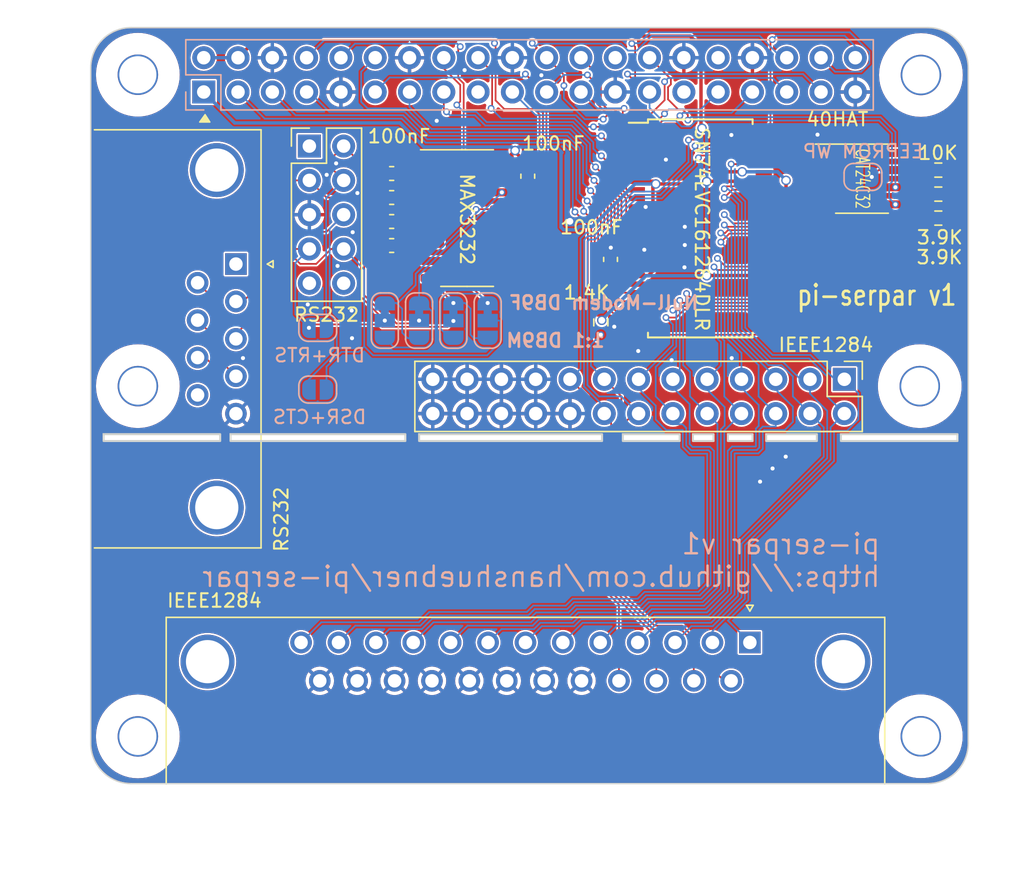
<source format=kicad_pcb>
(kicad_pcb (version 20221018) (generator pcbnew)
  (layers (0 "F.Cu" signal) (31 "B.Cu" signal) (34 "B.Paste" user) (35 "F.Paste" user) (36 "B.SilkS" user "B.Silkscreen") (37 "F.SilkS" user "F.Silkscreen") (38 "B.Mask" user) (39 "F.Mask" user) (44 "Edge.Cuts" user))
  (net 0 "")
  (net 1 "GND")
  (net 2 "/ID_SD_EEPROM")
  (net 3 "/ID_SC_EEPROM")
  (net 4 "+3V3")
  (net 5 "+5V")
  (net 6 "/GPIO2")
  (net 7 "/GPIO3")
  (net 8 "/GPIO4")
  (net 9 "/GPIO18")
  (net 10 "/GPIO22")
  (net 11 "/GPIO23")
  (net 13 "/GPIO24")
  (net 14 "/GPIO10")
  (net 15 "/GPIO9")
  (net 16 "/GPIO25")
  (net 17 "/GPIO11")
  (net 18 "/GPIO8")
  (net 21 "/GPIO6")
  (net 23 "/GPIO13")
  (net 24 "/GPIO19")
  (net 25 "/GPIO26")
  (net 26 "/GPIO20")
  (net 27 "/GPIO21")
  (net 28 "/CONTROL0")
  (net 29 "/CONTROL1")
  (net 30 "/DATA0")
  (net 31 "/STATUS3")
  (net 32 "/DATA1")
  (net 33 "/CONTROL2")
  (net 34 "/DATA2")
  (net 35 "/CONTROL3")
  (net 36 "/DATA3")
  (net 37 "/DATA4")
  (net 38 "/DATA5")
  (net 39 "/DATA6")
  (net 40 "/DATA7")
  (net 41 "/STATUS6")
  (net 42 "/STATUS7")
  (net 43 "/STATUS5")
  (net 44 "/STATUS4")
  (net 48 "Net-(U3-C1+)")
  (net 49 "Net-(U3-C1-)")
  (net 50 "Net-(U3-C2+)")
  (net 51 "Net-(U3-C2-)")
  (net 52 "Net-(U3-VS+)")
  (net 53 "Net-(U3-VS-)")
  (net 54 "Net-(JP1-B)")
  (net 55 "UART_TX")
  (net 56 "UART_RX")
  (net 57 "UART_RTS")
  (net 58 "UART_CTS")
  (net 59 "CTS")
  (net 60 "RTS")
  (net 61 "DSR")
  (net 62 "DTR")
  (net 63 "TX")
  (net 64 "RX")
  (net 65 "/GPIO27")
  (net 70 "RS232_RTS")
  (net 71 "RS232_CTS")
  (net 72 "RS232_RX")
  (net 73 "RS232_TX")
  (footprint "project_footprints:NPTH_3mm_ID" (layer "F.Cu") (at 82.04 64.31)
    (fp_text reference "H1")
    (fp_text value "3mm_Mounting_Hole" hide)
  )
  (footprint "project_footprints:NPTH_3mm_ID" (layer "F.Cu") (at 140.04 64.33)
    (fp_text reference "H3")
    (fp_text value "3mm_Mounting_Hole" hide)
  )
  (footprint "project_footprints:NPTH_3mm_ID" (layer "F.Cu") (at 82.04 113.32)
    (fp_text reference "H2")
    (fp_text value "3mm_Mounting_Hole" hide)
  )
  (footprint "project_footprints:NPTH_3mm_ID" (layer "F.Cu") (at 140.03 113.31)
    (fp_text reference "H4")
    (fp_text value "3mm_Mounting_Hole" hide)
  )
  (footprint "Connector_PinHeader_2.54mm:PinHeader_2x13_P2.54mm_Vertical" (layer "F.Cu") (at 134.366 86.868 -90)
    (fp_text reference "J3" hide)
    (fp_text value "IEEE1284")
  )
  (footprint "Resistor_SMD:R_0603_1608Metric_Pad0.98x0.95mm_HandSolder" (layer "F.Cu") (at 116.332 82.6535 90)
    (fp_text reference "R5" hide)
    (fp_text value "1.4K")
  )
  (footprint "Package_SO:SSOP-48_7.5x15.9mm_P0.635mm" (layer "F.Cu") (at 123.698 75.692)
    (fp_text reference "U2" hide)
    (fp_text value "SN74LVC161284DLR")
  )
  (footprint "Capacitor_SMD:C_0603_1608Metric_Pad1.08x0.95mm_HandSolder" (layer "F.Cu") (at 117.05 77.99 90)
    (fp_text reference "C2" hide)
    (fp_text value "100nF")
  )
  (footprint "project_footprints:NPTH_3mm_ID" (layer "F.Cu") (at 139.954 87.376)
    (fp_text reference "H5")
    (fp_text value "3mm_Mounting_Hole")
  )
  (footprint "project_footprints:NPTH_3mm_ID" (layer "F.Cu") (at 82.042 87.376)
    (fp_text reference "H6")
    (fp_text value "3mm_Mounting_Hole")
  )
  (footprint "Connector_Dsub:DSUB-9_Male_Horizontal_P2.77x2.84mm_EdgePinOffset7.70mm_Housed_MountingHolesOffset9.12mm" (layer "F.Cu") (at 89.304 78.334 -90)
    (fp_text reference "J5" hide)
    (fp_text value "RS232")
  )
  (footprint "Capacitor_SMD:C_0603_1608Metric_Pad1.08x0.95mm_HandSolder" (layer "F.Cu") (at 100.838 75.184)
    (fp_text reference "C3" hide)
    (fp_text value "100nF" hide)
  )
  (footprint "Capacitor_SMD:C_0603_1608Metric_Pad1.08x0.95mm_HandSolder" (layer "F.Cu") (at 110.92 71.8275 -90)
    (fp_text reference "C1" hide)
    (fp_text value "100nF")
  )
  (footprint "Capacitor_SMD:C_0603_1608Metric_Pad1.08x0.95mm_HandSolder" (layer "F.Cu") (at 100.838 73.406)
    (fp_text reference "C4" hide)
    (fp_text value "100nF" hide)
  )
  (footprint "Package_SO:SOIC-8_3.9x4.9mm_P1.27mm" (layer "F.Cu") (at 135.6745 72.009)
    (fp_text reference "U1" hide)
    (fp_text value "CAT24C32")
  )
  (footprint "Connector_Dsub:DSUB-25_Female_Horizontal_P2.77x2.84mm_EdgePinOffset7.70mm_Housed_MountingHolesOffset9.12mm" (layer "F.Cu") (at 127.369 106.361669)
    (fp_text reference "J4" hide)
    (fp_text value "IEEE1284")
  )
  (footprint "Package_SO:SO-16_3.9x9.9mm_P1.27mm" (layer "F.Cu") (at 106.426 74.93)
    (fp_text reference "U3" hide)
    (fp_text value "MAX3232")
  )
  (footprint "Resistor_SMD:R_0603_1608Metric_Pad0.98x0.95mm_HandSolder" (layer "F.Cu") (at 141.3275 71.374)
    (fp_text reference "R2" hide)
    (fp_text value "10K")
  )
  (footprint "Resistor_SMD:R_0603_1608Metric_Pad0.98x0.95mm_HandSolder" (layer "F.Cu") (at 141.3275 73.152 180)
    (fp_text reference "R4" hide)
    (fp_text value "3.9K")
  )
  (footprint "Capacitor_SMD:C_0603_1608Metric_Pad1.08x0.95mm_HandSolder" (layer "F.Cu") (at 100.838 76.962 180)
    (fp_text reference "C6" hide)
    (fp_text value "100nF" hide)
  )
  (footprint "Resistor_SMD:R_0603_1608Metric_Pad0.98x0.95mm_HandSolder" (layer "F.Cu") (at 141.3275 74.93 180)
    (fp_text reference "R3" hide)
    (fp_text value "3.9K")
  )
  (footprint "Connector_PinHeader_2.54mm:PinHeader_2x05_P2.54mm_Vertical" (layer "F.Cu") (at 94.742 69.596)
    (fp_text reference "J7" hide)
    (fp_text value "RS232")
  )
  (footprint "Capacitor_SMD:C_0603_1608Metric_Pad1.08x0.95mm_HandSolder" (layer "F.Cu") (at 100.838 71.628 180)
    (fp_text reference "C5" hide)
    (fp_text value "100nF")
  )
  (footprint "Connector_PinSocket_2.54mm:PinSocket_2x20_P2.54mm_Vertical" (layer "B.Cu") (at 86.92 65.59 -90)
    (fp_text reference "J2" hide)
    (fp_text value "40HAT")
  )
  (footprint "Jumper:SolderJumper-3_P1.3mm_Bridged12_RoundedPad1.0x1.5mm" (layer "B.Cu") (at 100.33 82.52 -90)
    (fp_text reference "JP4" hide)
    (fp_text value "TX_SEL" hide)
  )
  (footprint "Jumper:SolderJumper-2_P1.3mm_Open_RoundedPad1.0x1.5mm" (layer "B.Cu") (at 95.362 87.63)
    (fp_text reference "JP3" hide)
    (fp_text value "DSR+CTS")
  )
  (footprint "Jumper:SolderJumper-3_P1.3mm_Bridged12_RoundedPad1.0x1.5mm" (layer "B.Cu") (at 105.41 82.52 -90)
    (fp_text reference "JP5" hide)
    (fp_text value "RTS_SEL" hide)
  )
  (footprint "Jumper:SolderJumper-3_P1.3mm_Bridged12_RoundedPad1.0x1.5mm" (layer "B.Cu") (at 107.95 82.52 -90)
    (fp_text reference "JP7" hide)
    (fp_text value "CTS_SEL" hide)
  )
  (footprint "Jumper:SolderJumper-2_P1.3mm_Open_RoundedPad1.0x1.5mm" (layer "B.Cu") (at 95.362 83.058 180)
    (fp_text reference "JP2" hide)
    (fp_text value "DTR+RTS")
  )
  (footprint "Jumper:SolderJumper-3_P1.3mm_Bridged12_RoundedPad1.0x1.5mm" (layer "B.Cu") (at 102.87 82.52 -90)
    (fp_text reference "JP6" hide)
    (fp_text value "RX_SEL" hide)
  )
  (footprint "Jumper:SolderJumper-2_P1.3mm_Open_RoundedPad1.0x1.5mm" (layer "B.Cu") (at 135.748 71.882)
    (fp_text reference "JP1" hide)
    (fp_text value "EEPROM WP")
  )
  (gr_poly (pts (xy 86.614 67.818) (xy 87.0204 67.2592) (xy 87.376 67.818)) (stroke (width 0.1)) (fill solid) (layer "F.SilkS"))
  (gr_line (start 143.546356 63.817611) (end 143.546351 113.822847) (stroke (width 0.1)) (layer "Edge.Cuts"))
  (gr_rect (start 123.15 90.932) (end 124.685 91.44) (stroke (width 0.15)) (fill none) (layer "Edge.Cuts"))
  (gr_line (start 81.546356 116.817611) (end 140.546356 116.817611) (stroke (width 0.1)) (layer "Edge.Cuts"))
  (gr_arc (start 140.546356 60.817611) (mid 142.667676 61.696291) (end 143.546356 63.817611) (stroke (width 0.1)) (layer "Edge.Cuts"))
  (gr_rect (start 102.87 90.932) (end 116.424 91.44) (stroke (width 0.15)) (fill none) (layer "Edge.Cuts"))
  (gr_rect (start 134.112 90.932) (end 142.748 91.44) (stroke (width 0.15)) (fill none) (layer "Edge.Cuts"))
  (gr_rect (start 128.574 90.932) (end 132.334 91.44) (stroke (width 0.15)) (fill none) (layer "Edge.Cuts"))
  (gr_line (start 140.546356 60.817611) (end 81.546356 60.817611) (stroke (width 0.1)) (layer "Edge.Cuts"))
  (gr_rect (start 79.502 90.932) (end 88.138 91.44) (stroke (width 0.15)) (fill none) (layer "Edge.Cuts"))
  (gr_rect (start 88.9 90.932) (end 101.854 91.44) (stroke (width 0.15)) (fill none) (layer "Edge.Cuts"))
  (gr_arc (start 143.546351 113.822847) (mid 142.665824 115.940781) (end 140.546356 116.817611) (stroke (width 0.1)) (layer "Edge.Cuts"))
  (gr_rect (start 117.96 90.932) (end 122.174 91.44) (stroke (width 0.15)) (fill none) (layer "Edge.Cuts"))
  (gr_rect (start 125.74 90.932) (end 127.575 91.44) (stroke (width 0.15)) (fill none) (layer "Edge.Cuts"))
  (gr_arc (start 81.546356 116.817611) (mid 79.425036 115.938931) (end 78.546356 113.817611) (stroke (width 0.1)) (layer "Edge.Cuts"))
  (gr_arc (start 78.546356 63.817611) (mid 79.425036 61.696291) (end 81.546356 60.817611) (stroke (width 0.1)) (layer "Edge.Cuts"))
  (gr_line (start 78.546356 63.817611) (end 78.546356 113.817611) (stroke (width 0.1)) (layer "Edge.Cuts"))
  (gr_text "Null-Modem DB9F" (at 109.45 81.788) (layer "B.SilkS") (effects (font (size 1 1) (thickness 0.2) bold) (justify right bottom mirror)))
  (gr_text "pi-serpar v1\nhttps://github.com/hanshuebner/pi-serpar" (at 137.14 102.36) (layer "B.SilkS") (effects (font (size 1.5 1.5) (thickness 0.18)) (justify left bottom mirror)))
  (gr_text "1:1 DB9M" (at 109.22 84.582) (layer "B.SilkS") (effects (font (size 1 1) (thickness 0.2) bold) (justify right bottom mirror)))
  (gr_text "pi-serpar v1" (at 136.77 80.64) (layer "F.SilkS") (effects (font (size 1.5 1.2) (thickness 0.2) bold)))
  (segment (start 119.65 74.1045) (end 118.998 74.1045) (width 0.254) (layer "F.Cu") (net 1))
  (via (at 96.725 70.875) (size 0.5) (drill 0.3) (layers "F.Cu" "B.Cu") (net 1))
  (via (at 122.55 75.575) (size 0.5) (drill 0.3) (layers "F.Cu" "B.Cu") (net 1))
  (via (at 117.325 82.975) (size 0.5) (drill 0.3) (layers "F.Cu" "B.Cu") (net 1))
  (via (at 121.15 70.6) (size 0.5) (drill 0.3) (layers "F.Cu" "B.Cu") (net 1))
  (via (at 98.3 73.075) (size 0.5) (drill 0.3) (layers "F.Cu" "B.Cu") (net 1))
  (via (at 106.24 63.97) (size 0.5) (drill 0.3) (layers "F.Cu" "B.Cu") (net 1))
  (via (at 89.825 85.3) (size 0.5) (drill 0.3) (layers "F.Cu" "B.Cu") (net 1))
  (via (at 96.025 71.725) (size 0.5) (drill 0.3) (layers "F.Cu" "B.Cu") (net 1))
  (via (at 111.925 64.35) (size 0.5) (drill 0.3) (layers "F.Cu" "B.Cu") (net 1))
  (via (at 126.025 85.3) (size 0.5) (drill 0.3) (layers "F.Cu" "B.Cu") (net 1))
  (via (at 119.55 77.275) (size 0.5) (drill 0.3) (layers "F.Cu" "B.Cu") (net 1))
  (via (at 97.875 81.775) (size 0.5) (drill 0.3) (layers "F.Cu" "B.Cu") (net 1))
  (via (at 114.04 75.17) (size 0.7) (drill 0.5) (layers "F.Cu" "B.Cu") (net 1))
  (via (at 104.175 67.725) (size 0.5) (drill 0.3) (layers "F.Cu" "B.Cu") (net 1))
  (via (at 130.025 92.6) (size 0.5) (drill 0.3) (layers "F.Cu" "B.Cu") (net 1))
  (via (at 132.38 68.75) (size 0.5) (drill 0.3) (layers "F.Cu" "B.Cu") (net 1))
  (via (at 119.65 74.1045) (size 0.5) (drill 0.3) (layers "F.Cu" "B.Cu") (net 1))
  (via (at 97.9 83.825) (size 0.5) (drill 0.3) (layers "F.Cu" "B.Cu") (net 1))
  (via (at 126 68.775) (size 0.5) (drill 0.3) (layers "F.Cu" "B.Cu") (net 1))
  (via (at 117.07 77.12) (size 0.5) (drill 0.3) (layers "F.Cu" "B.Cu") (net 1))
  (via (at 122.525 78.575) (size 0.5) (drill 0.3) (layers "F.Cu" "B.Cu") (net 1))
  (via (at 122.55 76.925) (size 0.5) (drill 0.3) (layers "F.Cu" "B.Cu") (net 1))
  (via (at 128.125 94.45) (size 0.5) (drill 0.3) (layers "F.Cu" "B.Cu") (net 1))
  (via (at 97.95 75.975) (size 0.5) (drill 0.3) (layers "F.Cu" "B.Cu") (net 1))
  (via (at 121.575 85.45) (size 0.5) (drill 0.3) (layers "F.Cu" "B.Cu") (net 1))
  (via (at 129.05 93.475) (size 0.5) (drill 0.3) (layers "F.Cu" "B.Cu") (net 1))
  (via (at 94.625 81.325) (size 0.5) (drill 0.3) (layers "F.Cu" "B.Cu") (net 1))
  (via (at 96.83 78.47) (size 0.5) (drill 0.3) (layers "F.Cu" "B.Cu") (net 1))
  (via (at 119.1 84.775) (size 0.5) (drill 0.3) (layers "F.Cu" "B.Cu") (net 1))
  (segment (start 120.121184 70.6) (end 115.551184 75.17) (width 0.254) (layer "B.Cu") (net 1))
  (segment (start 121.15 70.6) (end 120.121184 70.6) (width 0.254) (layer "B.Cu") (net 1))
  (segment (start 115.551184 75.17) (end 114.04 75.17) (width 0.254) (layer "B.Cu") (net 1))
  (segment (start 140.415 74.93) (end 139.399 73.914) (width 0.127) (layer "F.Cu") (net 2))
  (segment (start 139.399 73.914) (end 138.1495 73.914) (width 0.127) (layer "F.Cu") (net 2))
  (via (at 138.1495 73.914) (size 0.5) (drill 0.3) (layers "F.Cu" "B.Cu") (net 2))
  (segment (start 137.8955 72.242512) (end 137.686 72.452012) (width 0.127) (layer "B.Cu") (net 2))
  (segment (start 119.94 65.59) (end 119.94 66.765) (width 0.127) (layer "B.Cu") (net 2))
  (segment (start 121.883497 67.7) (end 122.321997 68.1385) (width 0.127) (layer "B.Cu") (net 2))
  (segment (start 122.321997 68.1385) (end 122.966988 68.1385) (width 0.127) (layer "B.Cu") (net 2))
  (segment (start 123.401488 67.704) (end 136.94079 67.704) (width 0.127) (layer "B.Cu") (net 2))
  (segment (start 137.686 72.452012) (end 137.686 73.4505) (width 0.127) (layer "B.Cu") (net 2))
  (segment (start 137.8955 68.65871) (end 137.8955 72.242512) (width 0.127) (layer "B.Cu") (net 2))
  (segment (start 120.875 67.7) (end 121.883497 67.7) (width 0.127) (layer "B.Cu") (net 2))
  (segment (start 122.966988 68.1385) (end 123.401488 67.704) (width 0.127) (layer "B.Cu") (net 2))
  (segment (start 137.686 73.4505) (end 138.1495 73.914) (width 0.127) (layer "B.Cu") (net 2))
  (segment (start 136.94079 67.704) (end 137.8955 68.65871) (width 0.127) (layer "B.Cu") (net 2))
  (segment (start 119.94 66.765) (end 120.875 67.7) (width 0.127) (layer "B.Cu") (net 2))
  (segment (start 121.309469 65.228988) (end 121.518969 65.019488) (width 0.127) (layer "F.Cu") (net 3))
  (segment (start 121.518969 64.628969) (end 119.94 63.05) (width 0.127) (layer "F.Cu") (net 3))
  (segment (start 121.518969 65.019488) (end 121.518969 64.628969) (width 0.127) (layer "F.Cu") (net 3))
  (segment (start 122.775 67.280527) (end 122.378457 66.883984) (width 0.127) (layer "F.Cu") (net 3))
  (segment (start 122.775 67.675) (end 122.775 67.280527) (width 0.127) (layer "F.Cu") (net 3))
  (segment (start 121.309469 66.134469) (end 121.309469 65.228988) (width 0.127) (layer "F.Cu") (net 3))
  (segment (start 122.378457 66.883984) (end 122.058984 66.883984) (width 0.127) (layer "F.Cu") (net 3))
  (segment (start 140.415 73.152) (end 139.907 72.644) (width 0.127) (layer "F.Cu") (net 3))
  (segment (start 122.058984 66.883984) (end 121.309469 66.134469) (width 0.127) (layer "F.Cu") (net 3))
  (segment (start 139.907 72.644) (end 138.1495 72.644) (width 0.127) (layer "F.Cu") (net 3))
  (via (at 122.775 67.675) (size 0.5) (drill 0.3) (layers "F.Cu" "B.Cu") (net 3))
  (via (at 138.1495 72.644) (size 0.5) (drill 0.3) (layers "F.Cu" "B.Cu") (net 3))
  (segment (start 123 67.45) (end 137.046 67.45) (width 0.127) (layer "B.Cu") (net 3))
  (segment (start 138.1495 68.5535) (end 138.1495 72.644) (width 0.127) (layer "B.Cu") (net 3))
  (segment (start 137.046 67.45) (end 138.1495 68.5535) (width 0.127) (layer "B.Cu") (net 3))
  (segment (start 122.775 67.675) (end 123 67.45) (width 0.127) (layer "B.Cu") (net 3))
  (segment (start 120.19 72.61) (end 120.19 78.8465) (width 0.254) (layer "F.Cu") (net 4))
  (segment (start 120.4 72.4) (end 120.19 72.61) (width 0.254) (layer "F.Cu") (net 4))
  (segment (start 123.6875 71.5) (end 126.8 71.5) (width 0.254) (layer "F.Cu") (net 4))
  (segment (start 118.998 79.1845) (end 117.422 79.1845) (width 0.254) (layer "F.Cu") (net 4))
  (segment (start 109.422 70.485) (end 109.001 70.485) (width 0.254) (layer "F.Cu") (net 4))
  (segment (start 119.852 79.1845) (end 118.998 79.1845) (width 0.254) (layer "F.Cu") (net 4))
  (segment (start 110.92 70.965) (end 109.982 70.027) (width 0.254) (layer "F.Cu") (net 4))
  (segment (start 120.4 72.4) (end 122.7875 72.4) (width 0.254) (layer "F.Cu") (net 4))
  (segment (start 140.97 70.104) (end 138.1495 70.104) (width 0.254) (layer "F.Cu") (net 4))
  (segment (start 130.048 73.914) (end 131.793 75.659) (width 0.254) (layer "F.Cu") (net 4))
  (segment (start 120.1995 72.1995) (end 118.998 72.1995) (width 0.254) (layer "F.Cu") (net 4))
  (segment (start 117.422 79.1845) (end 117.25 79.0125) (width 0.254) (layer "F.Cu") (net 4))
  (segment (start 109.982 69.925) (end 109.422 70.485) (width 0.254) (layer "F.Cu") (net 4))
  (segment (start 120.19 78.8465) (end 119.852 79.1845) (width 0.254) (layer "F.Cu") (net 4))
  (segment (start 131.793 75.659) (end 141.511 75.659) (width 0.254) (layer "F.Cu") (net 4))
  (segment (start 109.982 70.027) (end 109.982 69.925) (width 0.254) (layer "F.Cu") (net 4))
  (segment (start 142.24 73.152) (end 142.24 71.374) (width 0.254) (layer "F.Cu") (net 4))
  (segment (start 130.048 72.136) (end 130.048 73.914) (width 0.254) (layer "F.Cu") (net 4))
  (segment (start 122.7875 72.4) (end 123.6875 71.5) (width 0.254) (layer "F.Cu") (net 4))
  (segment (start 142.24 71.374) (end 140.97 70.104) (width 0.254) (layer "F.Cu") (net 4))
  (segment (start 120.4 72.4) (end 120.1995 72.1995) (width 0.254) (layer "F.Cu") (net 4))
  (segment (start 141.511 75.659) (end 142.24 74.93) (width 0.254) (layer "F.Cu") (net 4))
  (segment (start 142.24 74.93) (end 142.24 73.152) (width 0.254) (layer "F.Cu") (net 4))
  (via (at 120.4 72.4) (size 0.7) (drill 0.5) (layers "F.Cu" "B.Cu") (net 4))
  (via (at 126.8 71.5) (size 0.7) (drill 0.5) (layers "F.Cu" "B.Cu") (net 4))
  (via (at 130.048 72.136) (size 0.7) (drill 0.5) (layers "F.Cu" "B.Cu") (net 4))
  (via (at 109.982 69.925) (size 0.7) (drill 0.5) (layers "F.Cu" "B.Cu") (net 4))
  (segment (start 114.483 75.797) (end 113.577 75.797) (width 0.254) (layer "B.Cu") (net 4))
  (segment (start 103.231367 69.6595) (end 101.453368 67.8815) (width 0.254) (layer "B.Cu") (net 4))
  (segment (start 113.577 75.797) (end 113.38 75.6) (width 0.254) (layer "B.Cu") (net 4))
  (segment (start 101.453368 67.8815) (end 89.2115 67.8815) (width 0.254) (layer "B.Cu") (net 4))
  (segment (start 113.38 70.145) (end 113.45 70.075) (width 0.254) (layer "B.Cu") (net 4))
  (segment (start 126.8 71.5) (end 129.412 71.5) (width 0.254) (layer "B.Cu") (net 4))
  (segment (start 113.45 70.075) (end 113.0345 69.6595) (width 0.254) (layer "B.Cu") (net 4))
  (segment (start 120.4 72.4) (end 118.86 72.4) (width 0.254) (layer "B.Cu") (net 4))
  (segment (start 109.7165 69.6595) (end 103.231367 69.6595) (width 0.254) (layer "B.Cu") (net 4))
  (segment (start 115.708999 75.551) (end 114.729 75.551) (width 0.254) (layer "B.Cu") (net 4))
  (segment (start 113.0345 69.6595) (end 110.2475 69.6595) (width 0.254) (layer "B.Cu") (net 4))
  (segment (start 118.86 72.4) (end 115.708999 75.551) (width 0.254) (layer "B.Cu") (net 4))
  (segment (start 110.2475 69.6595) (end 109.982 69.925) (width 0.254) (layer "B.Cu") (net 4))
  (segment (start 89.2115 67.8815) (end 86.92 65.59) (width 0.254) (layer "B.Cu") (net 4))
  (segment (start 129.412 71.5) (end 130.048 72.136) (width 0.254) (layer "B.Cu") (net 4))
  (segment (start 109.982 69.925) (end 109.7165 69.6595) (width 0.254) (layer "B.Cu") (net 4))
  (segment (start 114.729 75.551) (end 114.483 75.797) (width 0.254) (layer "B.Cu") (net 4))
  (segment (start 113.38 75.6) (end 113.38 70.145) (width 0.254) (layer "B.Cu") (net 4))
  (segment (start 123.75 68.2) (end 123.75 62.25) (width 0.254) (layer "F.Cu") (net 5))
  (segment (start 124.2005 72.1995) (end 124.175 72.225) (width 0.254) (layer "F.Cu") (net 5))
  (segment (start 91.061 61.449) (end 89.46 63.05) (width 0.254) (layer "F.Cu") (net 5))
  (segment (start 128.398 72.1995) (end 124.2005 72.1995) (width 0.254) (layer "F.Cu") (net 5))
  (segment (start 116.4 82.5) (end 116.332 82.432) (width 0.254) (layer "F.Cu") (net 5))
  (segment (start 124.1905 79.1845) (end 124.175 79.2) (width 0.254) (layer "F.Cu") (net 5))
  (segment (start 123.825 68.275) (end 123.75 68.2) (width 0.254) (layer "F.Cu") (net 5))
  (segment (start 116.332 82.432) (end 116.332 81.741) (width 0.254) (layer "F.Cu") (net 5))
  (segment (start 128.398 79.1845) (end 124.1905 79.1845) (width 0.254) (layer "F.Cu") (net 5))
  (segment (start 123.75 62.25) (end 122.949 61.449) (width 0.254) (layer "F.Cu") (net 5))
  (segment (start 122.949 61.449) (end 91.061 61.449) (width 0.254) (layer "F.Cu") (net 5))
  (via (at 123.825 68.275) (size 0.7) (drill 0.5) (layers "F.Cu" "B.Cu") (net 5))
  (via (at 116.4 82.5) (size 0.7) (drill 0.5) (layers "F.Cu" "B.Cu") (net 5))
  (via (at 124.175 72.225) (size 0.7) (drill 0.5) (layers "F.Cu" "B.Cu") (net 5))
  (via (at 124.175 79.2) (size 0.7) (drill 0.5) (layers "F.Cu" "B.Cu") (net 5))
  (segment (start 124.175 72.225) (end 124.175 68.625) (width 0.254) (layer "B.Cu") (net 5))
  (segment (start 86.92 63.05) (end 89.46 63.05) (width 0.254) (layer "B.Cu") (net 5))
  (segment (start 119.675 79.2) (end 124.175 79.2) (width 0.254) (layer "B.Cu") (net 5))
  (segment (start 116.4 82.5) (end 116.4 82.475) (width 0.254) (layer "B.Cu") (net 5))
  (segment (start 116.4 82.475) (end 119.675 79.2) (width 0.254) (layer "B.Cu") (net 5))
  (segment (start 124.175 72.225) (end 124.175 79.2) (width 0.254) (layer "B.Cu") (net 5))
  (segment (start 124.175 68.625) (end 123.825 68.275) (width 0.254) (layer "B.Cu") (net 5))
  (segment (start 114.414486 74.472785) (end 115.3685 75.426799) (width 0.127) (layer "F.Cu") (net 6))
  (segment (start 118.271 82.9945) (end 118.998 82.9945) (width 0.127) (layer "F.Cu") (net 6))
  (segment (start 116.488 81.063) (end 116.746783 81.063) (width 0.127) (layer "F.Cu") (net 6))
  (segment (start 116.746783 81.063) (end 116.9975 81.313717) (width 0.127) (layer "F.Cu") (net 6))
  (segment (start 115.3685 75.426799) (end 115.3685 79.9435) (width 0.127) (layer "F.Cu") (net 6))
  (segment (start 116.9975 81.313717) (end 116.9975 81.721) (width 0.127) (layer "F.Cu") (net 6))
  (segment (start 116.9975 81.721) (end 118.271 82.9945) (width 0.127) (layer "F.Cu") (net 6))
  (segment (start 115.3685 79.9435) (end 116.488 81.063) (width 0.127) (layer "F.Cu") (net 6))
  (via (at 114.414486 74.472785) (size 0.5) (drill 0.3) (layers "F.Cu" "B.Cu") (net 6))
  (segment (start 114.414486 74.472785) (end 114.25406 74.312359) (width 0.127) (layer "B.Cu") (net 6))
  (segment (start 114.25406 74.312359) (end 114.25406 69.951345) (width 0.127) (layer "B.Cu") (net 6))
  (segment (start 101.58488 67.564) (end 91.434 67.564) (width 0.127) (layer "B.Cu") (net 6))
  (segment (start 113.644715 69.342) (end 103.36288 69.342) (width 0.127) (layer "B.Cu") (net 6))
  (segment (start 114.25406 69.951345) (end 113.644715 69.342) (width 0.127) (layer "B.Cu") (net 6))
  (segment (start 91.434 67.564) (end 89.46 65.59) (width 0.127) (layer "B.Cu") (net 6))
  (segment (start 103.36288 69.342) (end 101.58488 67.564) (width 0.127) (layer "B.Cu") (net 6))
  (segment (start 115.6225 75.64721) (end 115.6225 79.83829) (width 0.127) (layer "F.Cu") (net 7))
  (segment (start 115.062 74.422) (end 115.824 75.184) (width 0.127) (layer "F.Cu") (net 7))
  (segment (start 115.824 75.184) (end 115.824 75.44571) (width 0.127) (layer "F.Cu") (net 7))
  (segment (start 116.851993 80.809) (end 117.2515 81.208507) (width 0.127) (layer "F.Cu") (net 7))
  (segment (start 115.824 75.44571) (end 115.6225 75.64721) (width 0.127) (layer "F.Cu") (net 7))
  (segment (start 117.2515 81.208507) (end 117.2515 81.61579) (width 0.127) (layer "F.Cu") (net 7))
  (segment (start 115.6225 79.83829) (end 116.59321 80.809) (width 0.127) (layer "F.Cu") (net 7))
  (segment (start 117.99521 82.3595) (end 118.998 82.3595) (width 0.127) (layer "F.Cu") (net 7))
  (segment (start 116.59321 80.809) (end 116.851993 80.809) (width 0.127) (layer "F.Cu") (net 7))
  (segment (start 117.2515 81.61579) (end 117.99521 82.3595) (width 0.127) (layer "F.Cu") (net 7))
  (via (at 115.062 74.422) (size 0.5) (drill 0.3) (layers "F.Cu" "B.Cu") (net 7))
  (segment (start 93.72 67.31) (end 92 65.59) (width 0.127) (layer "B.Cu") (net 7))
  (segment (start 101.69009 67.31) (end 93.72 67.31) (width 0.127) (layer "B.Cu") (net 7))
  (segment (start 113.749925 69.088) (end 103.46809 69.088) (width 0.127) (layer "B.Cu") (net 7))
  (segment (start 114.50806 73.507548) (end 114.50806 69.846135) (width 0.127) (layer "B.Cu") (net 7))
  (segment (start 103.46809 69.088) (end 101.69009 67.31) (width 0.127) (layer "B.Cu") (net 7))
  (segment (start 114.50806 69.846135) (end 113.749925 69.088) (width 0.127) (layer "B.Cu") (net 7))
  (segment (start 115.062 74.061488) (end 114.50806 73.507548) (width 0.127) (layer "B.Cu") (net 7))
  (segment (start 115.062 74.422) (end 115.062 74.061488) (width 0.127) (layer "B.Cu") (net 7))
  (segment (start 115.8765 79.73308) (end 115.8765 75.75242) (width 0.127) (layer "F.Cu") (net 8))
  (segment (start 116.078 75.55092) (end 116.078 74.422) (width 0.127) (layer "F.Cu") (net 8))
  (segment (start 117.5055 81.51058) (end 117.5055 81.103297) (width 0.127) (layer "F.Cu") (net 8))
  (segment (start 118.998 81.7245) (end 117.71942 81.7245) (width 0.127) (layer "F.Cu") (net 8))
  (segment (start 116.078 74.422) (end 115.316 73.66) (width 0.127) (layer "F.Cu") (net 8))
  (segment (start 117.71942 81.7245) (end 117.5055 81.51058) (width 0.127) (layer "F.Cu") (net 8))
  (segment (start 115.8765 75.75242) (end 116.078 75.55092) (width 0.127) (layer "F.Cu") (net 8))
  (segment (start 117.5055 81.103297) (end 116.957203 80.555) (width 0.127) (layer "F.Cu") (net 8))
  (segment (start 116.69842 80.555) (end 115.8765 79.73308) (width 0.127) (layer "F.Cu") (net 8))
  (segment (start 116.957203 80.555) (end 116.69842 80.555) (width 0.127) (layer "F.Cu") (net 8))
  (via (at 115.316 73.66) (size 0.5) (drill 0.3) (layers "F.Cu" "B.Cu") (net 8))
  (segment (start 94.74749 65.59) (end 94.54 65.59) (width 0.127) (layer "B.Cu") (net 8))
  (segment (start 103.5733 68.834) (end 101.7953 67.056) (width 0.127) (layer "B.Cu") (net 8))
  (segment (start 114.76206 73.10606) (end 114.76206 69.740925) (width 0.127) (layer "B.Cu") (net 8))
  (segment (start 96.21349 67.056) (end 94.74749 65.59) (width 0.127) (layer "B.Cu") (net 8))
  (segment (start 114.76206 69.740925) (end 113.855135 68.834) (width 0.127) (layer "B.Cu") (net 8))
  (segment (start 113.855135 68.834) (end 103.5733 68.834) (width 0.127) (layer "B.Cu") (net 8))
  (segment (start 101.7953 67.056) (end 96.21349 67.056) (width 0.127) (layer "B.Cu") (net 8))
  (segment (start 115.316 73.66) (end 114.76206 73.10606) (width 0.127) (layer "B.Cu") (net 8))
  (segment (start 115.9215 73.2495) (end 115.57 72.898) (width 0.127) (layer "F.Cu") (net 9))
  (segment (start 117.062413 80.301) (end 116.80363 80.301) (width 0.127) (layer "F.Cu") (net 9))
  (segment (start 116.1305 79.62787) (end 116.1305 75.85763) (width 0.127) (layer "F.Cu") (net 9))
  (segment (start 115.9215 73.77555) (end 115.9215 73.2495) (width 0.127) (layer "F.Cu") (net 9))
  (segment (start 118.998 81.0895) (end 117.850913 81.0895) (width 0.127) (layer "F.Cu") (net 9))
  (segment (start 116.80363 80.301) (end 116.1305 79.62787) (width 0.127) (layer "F.Cu") (net 9))
  (segment (start 116.332 75.65613) (end 116.332 74.18605) (width 0.127) (layer "F.Cu") (net 9))
  (segment (start 116.332 74.18605) (end 115.9215 73.77555) (width 0.127) (layer "F.Cu") (net 9))
  (segment (start 116.1305 75.85763) (end 116.332 75.65613) (width 0.127) (layer "F.Cu") (net 9))
  (segment (start 117.850913 81.0895) (end 117.062413 80.301) (width 0.127) (layer "F.Cu") (net 9))
  (via (at 115.57 72.898) (size 0.5) (drill 0.3) (layers "F.Cu" "B.Cu") (net 9))
  (segment (start 115.01606 72.34406) (end 115.01606 69.635715) (width 0.127) (layer "B.Cu") (net 9))
  (segment (start 101.90051 66.802) (end 99.06 66.802) (width 0.127) (layer "B.Cu") (net 9))
  (segment (start 99.06 66.802) (end 98.5795 66.3215) (width 0.127) (layer "B.Cu") (net 9))
  (segment (start 115.01606 69.635715) (end 113.960345 68.58) (width 0.127) (layer "B.Cu") (net 9))
  (segment (start 115.57 72.898) (end 115.01606 72.34406) (width 0.127) (layer "B.Cu") (net 9))
  (segment (start 98.5795 66.3215) (end 98.5795 64.0905) (width 0.127) (layer "B.Cu") (net 9))
  (segment (start 103.67851 68.58) (end 101.90051 66.802) (width 0.127) (layer "B.Cu") (net 9))
  (segment (start 98.5795 64.0905) (end 99.62 63.05) (width 0.127) (layer "B.Cu") (net 9))
  (segment (start 113.960345 68.58) (end 103.67851 68.58) (width 0.127) (layer "B.Cu") (net 9))
  (segment (start 116.4295 73.56513) (end 116.4295 71.632122) (width 0.127) (layer "F.Cu") (net 10))
  (segment (start 116.84 73.97563) (end 116.4295 73.56513) (width 0.127) (layer "F.Cu") (net 10))
  (segment (start 116.4295 71.632122) (end 115.939793 71.142415) (width 0.127) (layer "F.Cu") (net 10))
  (segment (start 117.9535 76.76963) (end 116.84 75.65613) (width 0.127) (layer "F.Cu") (net 10))
  (segment (start 104.7 66.854) (end 104.7 65.59) (width 0.127) (layer "F.Cu") (net 10))
  (segment (start 116.84 75.65613) (end 116.84 73.97563) (width 0.127) (layer "F.Cu") (net 10))
  (segment (start 118.271 78.5495) (end 117.9535 78.232) (width 0.127) (layer "F.Cu") (net 10))
  (segment (start 104.902 67.056) (end 104.7 66.854) (width 0.127) (layer "F.Cu") (net 10))
  (segment (start 118.998 78.5495) (end 118.271 78.5495) (width 0.127) (layer "F.Cu") (net 10))
  (segment (start 117.9535 78.232) (end 117.9535 76.76963) (width 0.127) (layer "F.Cu") (net 10))
  (via (at 115.939793 71.142415) (size 0.5) (drill 0.3) (layers "F.Cu" "B.Cu") (net 10))
  (via (at 104.902 67.056) (size 0.5) (drill 0.3) (layers "F.Cu" "B.Cu") (net 10))
  (segment (start 107.007314 67.31) (end 107.769314 68.072) (width 0.127) (layer "B.Cu") (net 10))
  (segment (start 115.52406 69.425295) (end 115.52406 70.726682) (width 0.127) (layer "B.Cu") (net 10))
  (segment (start 114.170765 68.072) (end 115.52406 69.425295) (width 0.127) (layer "B.Cu") (net 10))
  (segment (start 107.769314 68.072) (end 114.170765 68.072) (width 0.127) (layer "B.Cu") (net 10))
  (segment (start 115.52406 70.726682) (end 115.939793 71.142415) (width 0.127) (layer "B.Cu") (net 10))
  (segment (start 105.156 67.31) (end 107.007314 67.31) (width 0.127) (layer "B.Cu") (net 10))
  (segment (start 104.902 67.056) (end 105.156 67.31) (width 0.127) (layer "B.Cu") (net 10))
  (segment (start 118.2075 77.851) (end 118.271 77.9145) (width 0.127) (layer "F.Cu") (net 11))
  (segment (start 116.372 70.315558) (end 116.6835 70.627058) (width 0.127) (layer "F.Cu") (net 11))
  (segment (start 105.664 66.548) (end 105.918 66.294) (width 0.127) (layer "F.Cu") (net 11))
  (segment (start 117.094 75.55092) (end 118.2075 76.66442) (width 0.127) (layer "F.Cu") (net 11))
  (segment (start 117.094 73.87042) (end 117.094 75.55092) (width 0.127) (layer "F.Cu") (net 11))
  (segment (start 116.6835 73.45992) (end 117.094 73.87042) (width 0.127) (layer "F.Cu") (net 11))
  (segment (start 116.6835 70.627058) (end 116.6835 73.45992) (width 0.127) (layer "F.Cu") (net 11))
  (segment (start 118.2075 76.66442) (end 118.2075 77.851) (width 0.127) (layer "F.Cu") (net 11))
  (segment (start 105.918 66.294) (end 105.918 65.068) (width 0.127) (layer "F.Cu") (net 11))
  (segment (start 105.918 65.068) (end 104.7 63.85) (width 0.127) (layer "F.Cu") (net 11))
  (segment (start 104.7 63.85) (end 104.7 63.05) (width 0.127) (layer "F.Cu") (net 11))
  (segment (start 118.271 77.9145) (end 118.998 77.9145) (width 0.127) (layer "F.Cu") (net 11))
  (via (at 116.372 70.315558) (size 0.5) (drill 0.3) (layers "F.Cu" "B.Cu") (net 11))
  (via (at 105.664 66.548) (size 0.5) (drill 0.3) (layers "F.Cu" "B.Cu") (net 11))
  (segment (start 107.112524 67.056) (end 107.874524 67.818) (width 0.127) (layer "B.Cu") (net 11))
  (segment (start 105.664 66.548) (end 106.172 67.056) (width 0.127) (layer "B.Cu") (net 11))
  (segment (start 106.172 67.056) (end 107.112524 67.056) (width 0.127) (layer "B.Cu") (net 11))
  (segment (start 115.77806 69.793048) (end 116.30057 70.315558) (width 0.127) (layer "B.Cu") (net 11))
  (segment (start 116.30057 70.315558) (end 116.372 70.315558) (width 0.127) (layer "B.Cu") (net 11))
  (segment (start 114.275975 67.818) (end 115.77806 69.320085) (width 0.127) (layer "B.Cu") (net 11))
  (segment (start 115.77806 69.320085) (end 115.77806 69.793048) (width 0.127) (layer "B.Cu") (net 11))
  (segment (start 107.874524 67.818) (end 114.275975 67.818) (width 0.127) (layer "B.Cu") (net 11))
  (segment (start 117.348 73.76521) (end 117.348 75.44571) (width 0.127) (layer "F.Cu") (net 13))
  (segment (start 116.9375 73.35471) (end 117.348 73.76521) (width 0.127) (layer "F.Cu") (net 13))
  (segment (start 116.9375 69.96292) (end 116.9375 73.35471) (width 0.127) (layer "F.Cu") (net 13))
  (segment (start 117.348 75.44571) (end 118.54679 76.6445) (width 0.127) (layer "F.Cu") (net 13))
  (segment (start 116.6835 69.70892) (end 116.9375 69.96292) (width 0.127) (layer "F.Cu") (net 13))
  (segment (start 108.204 66.802) (end 108.2805 66.7255) (width 0.127) (layer "F.Cu") (net 13))
  (segment (start 108.2805 64.0905) (end 107.24 63.05) (width 0.127) (layer "F.Cu") (net 13))
  (segment (start 116.6835 69.1455) (end 116.6835 69.70892) (width 0.127) (layer "F.Cu") (net 13))
  (segment (start 116.372 68.834) (end 116.6835 69.1455) (width 0.127) (layer "F.Cu") (net 13))
  (segment (start 108.2805 66.7255) (end 108.2805 64.0905) (width 0.127) (layer "F.Cu") (net 13))
  (via (at 116.372 68.834) (size 0.5) (drill 0.3) (layers "F.Cu" "B.Cu") (net 13))
  (via (at 108.204 66.802) (size 0.5) (drill 0.3) (layers "F.Cu" "B.Cu") (net 13))
  (segment (start 108.204 66.802) (end 108.966 67.564) (width 0.127) (layer "B.Cu") (net 13))
  (segment (start 114.381185 67.564) (end 115.651185 68.834) (width 0.127) (layer "B.Cu") (net 13))
  (segment (start 115.651185 68.834) (end 116.372 68.834) (width 0.127) (layer "B.Cu") (net 13))
  (segment (start 108.966 67.564) (end 114.381185 67.564) (width 0.127) (layer "B.Cu") (net 13))
  (segment (start 117.602 75.3405) (end 117.602 73.66) (width 0.127) (layer "F.Cu") (net 14))
  (segment (start 116.9375 68.4235) (end 116.682673 68.168673) (width 0.127) (layer "F.Cu") (net 14))
  (segment (start 118.271 76.0095) (end 117.602 75.3405) (width 0.127) (layer "F.Cu") (net 14))
  (segment (start 117.1915 69.85771) (end 116.9375 69.60371) (width 0.127) (layer "F.Cu") (net 14))
  (segment (start 117.1915 73.2495) (end 117.1915 69.85771) (width 0.127) (layer "F.Cu") (net 14))
  (segment (start 118.998 76.0095) (end 118.271 76.0095) (width 0.127) (layer "F.Cu") (net 14))
  (segment (start 116.682673 68.168673) (end 115.785596 68.168673) (width 0.127) (layer "F.Cu") (net 14))
  (segment (start 117.602 73.66) (end 117.1915 73.2495) (width 0.127) (layer "F.Cu") (net 14))
  (segment (start 116.9375 69.60371) (end 116.9375 68.4235) (width 0.127) (layer "F.Cu") (net 14))
  (via (at 115.785596 68.168673) (size 0.5) (drill 0.3) (layers "F.Cu" "B.Cu") (net 14))
  (segment (start 111.5 67.31) (end 109.78 65.59) (width 0.127) (layer "B.Cu") (net 14))
  (segment (start 115.345068 68.168673) (end 114.486395 67.31) (width 0.127) (layer "B.Cu") (net 14))
  (segment (start 114.486395 67.31) (end 111.5 67.31) (width 0.127) (layer "B.Cu") (net 14))
  (segment (start 115.785596 68.168673) (end 115.345068 68.168673) (width 0.127) (layer "B.Cu") (net 14))
  (segment (start 118.2075 73.48942) (end 117.6995 72.98142) (width 0.127) (layer "F.Cu") (net 15))
  (segment (start 117.6995 69.53063) (end 117.4455 69.27663) (width 0.127) (layer "F.Cu") (net 15))
  (segment (start 118.998 74.7395) (end 118.2075 74.7395) (width 0.127) (layer "F.Cu") (net 15))
  (segment (start 117.6995 72.98142) (end 117.6995 69.53063) (width 0.127) (layer "F.Cu") (net 15))
  (segment (start 116.078 65.066391) (end 115.336274 64.324665) (width 0.127) (layer "F.Cu") (net 15))
  (segment (start 116.078 66.48171) (end 116.078 65.066391) (width 0.127) (layer "F.Cu") (net 15))
  (segment (start 117.139045 67.056) (end 116.65229 67.056) (width 0.127) (layer "F.Cu") (net 15))
  (segment (start 118.2075 74.7395) (end 118.2075 73.48942) (width 0.127) (layer "F.Cu") (net 15))
  (segment (start 117.4455 69.27663) (end 117.4455 67.362455) (width 0.127) (layer "F.Cu") (net 15))
  (segment (start 116.65229 67.056) (end 116.078 66.48171) (width 0.127) (layer "F.Cu") (net 15))
  (segment (start 117.4455 67.362455) (end 117.139045 67.056) (width 0.127) (layer "F.Cu") (net 15))
  (via (at 115.336274 64.324665) (size 0.5) (drill 0.3) (layers "F.Cu" "B.Cu") (net 15))
  (segment (start 115.336274 64.324665) (end 113.585335 64.324665) (width 0.127) (layer "B.Cu") (net 15))
  (segment (start 113.585335 64.324665) (end 112.32 65.59) (width 0.127) (layer "B.Cu") (net 15))
  (segment (start 117.1915 69.4985) (end 117.1915 67.467665) (width 0.127) (layer "F.Cu") (net 16))
  (segment (start 117.4455 73.08663) (end 117.856 73.49713) (width 0.127) (layer "F.Cu") (net 16))
  (segment (start 117.4455 73.08663) (end 117.4455 69.7525) (width 0.127) (layer "F.Cu") (net 16))
  (segment (start 118.998 75.3745) (end 118.271 75.3745) (width 0.127) (layer "F.Cu") (net 16))
  (segment (start 117.856 74.9595) (end 117.856 73.49713) (width 0.127) (layer "F.Cu") (net 16))
  (segment (start 116.772577 67.340082) (end 116.509486 67.603173) (width 0.127) (layer "F.Cu") (net 16))
  (segment (start 113.594702 64.324702) (end 112.32 63.05) (width 0.127) (layer "F.Cu") (net 16))
  (segment (start 118.271 75.3745) (end 117.856 74.9595) (width 0.127) (layer "F.Cu") (net 16))
  (segment (start 117.063917 67.340082) (end 116.772577 67.340082) (width 0.127) (layer "F.Cu") (net 16))
  (segment (start 117.4455 69.7525) (end 117.1915 69.4985) (width 0.127) (layer "F.Cu") (net 16))
  (segment (start 113.594702 65.113627) (end 113.594702 64.324702) (width 0.127) (layer "F.Cu") (net 16))
  (segment (start 117.1915 67.467665) (end 117.063917 67.340082) (width 0.127) (layer "F.Cu") (net 16))
  (via (at 113.594702 65.113627) (size 0.5) (drill 0.3) (layers "F.Cu" "B.Cu") (net 16))
  (via (at 116.509486 67.603173) (size 0.5) (drill 0.3) (layers "F.Cu" "B.Cu") (net 16))
  (segment (start 115.138778 67.603173) (end 113.594702 66.059097) (width 0.127) (layer "B.Cu") (net 16))
  (segment (start 113.594702 66.059097) (end 113.594702 65.113627) (width 0.127) (layer "B.Cu") (net 16))
  (segment (start 116.509486 67.603173) (end 115.138778 67.603173) (width 0.127) (layer "B.Cu") (net 16))
  (segment (start 118.998 72.8345) (end 118.271 72.8345) (width 0.127) (layer "F.Cu") (net 17))
  (segment (start 117.9535 69.06621) (end 117.9535 66.901) (width 0.127) (layer "F.Cu") (net 17))
  (segment (start 118.2075 69.32021) (end 117.9535 69.06621) (width 0.127) (layer "F.Cu") (net 17))
  (segment (start 118.271 72.8345) (end 118.2075 72.771) (width 0.127) (layer "F.Cu") (net 17))
  (segment (start 117.9535 66.901) (end 118.0525 66.802) (width 0.127) (layer "F.Cu") (net 17))
  (segment (start 118.2075 72.771) (end 118.2075 69.32021) (width 0.127) (layer "F.Cu") (net 17))
  (via (at 118.0525 66.802) (size 0.5) (drill 0.3) (layers "F.Cu" "B.Cu") (net 17))
  (segment (start 116.072 66.802) (end 114.86 65.59) (width 0.127) (layer "B.Cu") (net 17))
  (segment (start 118.0525 66.802) (end 116.072 66.802) (width 0.127) (layer "B.Cu") (net 17))
  (segment (start 117.9535 69.42542) (end 117.6995 69.17142) (width 0.127) (layer "F.Cu") (net 18))
  (segment (start 116.332 64.522) (end 114.86 63.05) (width 0.127) (layer "F.Cu") (net 18))
  (segment (start 116.332 66.3765) (end 116.332 64.522) (width 0.127) (layer "F.Cu") (net 18))
  (segment (start 117.9535 72.87621) (end 117.9535 69.42542) (width 0.127) (layer "F.Cu") (net 18))
  (segment (start 117.6995 69.17142) (end 117.6995 67.248738) (width 0.127) (layer "F.Cu") (net 18))
  (segment (start 117.690993 67.248738) (end 117.244255 66.802) (width 0.127) (layer "F.Cu") (net 18))
  (segment (start 117.244255 66.802) (end 116.7575 66.802) (width 0.127) (layer "F.Cu") (net 18))
  (segment (start 116.7575 66.802) (end 116.332 66.3765) (width 0.127) (layer "F.Cu") (net 18))
  (segment (start 118.54679 73.4695) (end 117.9535 72.87621) (width 0.127) (layer "F.Cu") (net 18))
  (segment (start 117.6995 67.248738) (end 117.690993 67.248738) (width 0.127) (layer "F.Cu") (net 18))
  (segment (start 120.304 69.7155) (end 119.725 70.2945) (width 0.127) (layer "F.Cu") (net 21))
  (segment (start 120.304 67.946) (end 120.304 69.7155) (width 0.127) (layer "F.Cu") (net 21))
  (segment (start 119.725 70.2945) (end 118.998 70.2945) (width 0.127) (layer "F.Cu") (net 21))
  (segment (start 121.05 67.2) (end 120.304 67.946) (width 0.127) (layer "F.Cu") (net 21))
  (via (at 121.05 67.2) (size 0.5) (drill 0.3) (layers "F.Cu" "B.Cu") (net 21))
  (segment (start 121.366016 66.883984) (end 123.726016 66.883984) (width 0.127) (layer "B.Cu") (net 21))
  (segment (start 121.05 67.2) (end 121.366016 66.883984) (width 0.127) (layer "B.Cu") (net 21))
  (segment (start 123.726016 66.883984) (end 125.02 65.59) (width 0.127) (layer "B.Cu") (net 21))
  (segment (start 119.44921 70.9295) (end 120.558 69.82071) (width 0.127) (layer "F.Cu") (net 23))
  (segment (start 120.558 68.05121) (end 120.94571 67.6635) (width 0.127) (layer "F.Cu") (net 23))
  (segment (start 120.94571 67.6635) (end 121.870453 67.6635) (width 0.127) (layer "F.Cu") (net 23))
  (segment (start 120.558 69.82071) (end 120.558 68.05121) (width 0.127) (layer "F.Cu") (net 23))
  (segment (start 121.870453 67.6635) (end 122.186469 67.347484) (width 0.127) (layer "F.Cu") (net 23))
  (segment (start 118.998 70.9295) (end 119.44921 70.9295) (width 0.127) (layer "F.Cu") (net 23))
  (via (at 122.186469 67.347484) (size 0.5) (drill 0.3) (layers "F.Cu" "B.Cu") (net 23))
  (segment (start 126.012016 67.137984) (end 127.56 65.59) (width 0.127) (layer "B.Cu") (net 23))
  (segment (start 122.186469 67.347484) (end 122.395969 67.137984) (width 0.127) (layer "B.Cu") (net 23))
  (segment (start 122.395969 67.137984) (end 126.012016 67.137984) (width 0.127) (layer "B.Cu") (net 23))
  (segment (start 120.05 67.2) (end 121.055469 66.194531) (width 0.127) (layer "F.Cu") (net 24))
  (segment (start 120.05 69.61029) (end 120.05 67.2) (width 0.127) (layer "F.Cu") (net 24))
  (segment (start 120.00079 69.6595) (end 120.05 69.61029) (width 0.127) (layer "F.Cu") (net 24))
  (segment (start 118.998 69.6595) (end 120.00079 69.6595) (width 0.127) (layer "F.Cu") (net 24))
  (segment (start 121.055469 66.194531) (end 121.055469 64.8275) (width 0.127) (layer "F.Cu") (net 24))
  (via (at 121.055469 64.8275) (size 0.5) (drill 0.3) (layers "F.Cu" "B.Cu") (net 24))
  (segment (start 121.333469 64.5495) (end 129.0595 64.5495) (width 0.127) (layer "B.Cu") (net 24))
  (segment (start 129.0595 64.5495) (end 130.1 65.59) (width 0.127) (layer "B.Cu") (net 24))
  (segment (start 121.055469 64.8275) (end 121.333469 64.5495) (width 0.127) (layer "B.Cu") (net 24))
  (segment (start 118.618 64.5735) (end 118.3065 64.262) (width 0.127) (layer "F.Cu") (net 25))
  (segment (start 118.2075 68.961) (end 118.2075 67.999) (width 0.127) (layer "F.Cu") (net 25))
  (segment (start 118.998 69.0245) (end 118.271 69.0245) (width 0.127) (layer "F.Cu") (net 25))
  (segment (start 118.2075 67.999) (end 118.618 67.5885) (width 0.127) (layer "F.Cu") (net 25))
  (segment (start 118.618 67.5885) (end 118.618 64.5735) (width 0.127) (layer "F.Cu") (net 25))
  (segment (start 118.271 69.0245) (end 118.2075 68.961) (width 0.127) (layer "F.Cu") (net 25))
  (via (at 118.3065 64.262) (size 0.5) (drill 0.3) (layers "F.Cu" "B.Cu") (net 25))
  (segment (start 118.3065 64.262) (end 131.312 64.262) (width 0.127) (layer "B.Cu") (net 25))
  (segment (start 131.312 64.262) (end 132.64 65.59) (width 0.127) (layer "B.Cu") (net 25))
  (segment (start 118.625 62) (end 118.872 62.247) (width 0.127) (layer "F.Cu") (net 26))
  (segment (start 118.872 62.247) (end 118.872 68.2635) (width 0.127) (layer "F.Cu") (net 26))
  (via (at 118.625 62) (size 0.5) (drill 0.3) (layers "F.Cu" "B.Cu") (net 26))
  (segment (start 133.6805 64.0905) (end 132.64 63.05) (width 0.127) (layer "B.Cu") (net 26))
  (segment (start 135.61099 64.0905) (end 133.6805 64.0905) (width 0.127) (layer "B.Cu") (net 26))
  (segment (start 136.2205 62.61901) (end 136.2205 63.48099) (width 0.127) (layer "B.Cu") (net 26))
  (segment (start 119.1883 61.971) (end 119.9893 61.17) (width 0.127) (layer "B.Cu") (net 26))
  (segment (start 118.625 62) (end 118.654 61.971) (width 0.127) (layer "B.Cu") (net 26))
  (segment (start 134.77149 61.17) (end 136.2205 62.61901) (width 0.127) (layer "B.Cu") (net 26))
  (segment (start 136.2205 63.48099) (end 135.61099 64.0905) (width 0.127) (layer "B.Cu") (net 26))
  (segment (start 118.654 61.971) (end 119.1883 61.971) (width 0.127) (layer "B.Cu") (net 26))
  (segment (start 119.9893 61.17) (end 134.77149 61.17) (width 0.127) (layer "B.Cu") (net 26))
  (segment (start 128.894614 61.845386) (end 128.894614 67.892886) (width 0.127) (layer "F.Cu") (net 27))
  (segment (start 128.894614 67.892886) (end 128.398 68.3895) (width 0.127) (layer "F.Cu") (net 27))
  (segment (start 129.03 61.71) (end 128.894614 61.845386) (width 0.127) (layer "F.Cu") (net 27))
  (via (at 129.03 61.71) (size 0.5) (drill 0.3) (layers "F.Cu" "B.Cu") (net 27))
  (segment (start 134.394 61.424) (end 135.18 62.21) (width 0.127) (layer "B.Cu") (net 27))
  (segment (start 129.316 61.424) (end 134.394 61.424) (width 0.127) (layer "B.Cu") (net 27))
  (segment (start 129.03 61.71) (end 129.316 61.424) (width 0.127) (layer "B.Cu") (net 27))
  (segment (start 135.18 62.21) (end 135.18 63.05) (width 0.127) (layer "B.Cu") (net 27))
  (segment (start 125.984 70.9295) (end 128.398 70.9295) (width 0.127) (layer "F.Cu") (net 28))
  (via (at 125.984 70.9295) (size 0.5) (drill 0.3) (layers "F.Cu" "B.Cu") (net 28))
  (segment (start 133.604 92.92042) (end 127.254 99.27042) (width 0.127) (layer "B.Cu") (net 28))
  (segment (start 127.254 103.22921) (end 125.745271 104.73794) (width 0.127) (layer "B.Cu") (net 28))
  (segment (start 127.0245 83.03995) (end 129.05005 85.0655) (width 0.127) (layer "B.Cu") (net 28))
  (segment (start 127.0245 73.691287) (end 127.0245 83.03995) (width 0.127) (layer "B.Cu") (net 28))
  (segment (start 133.6567 86.868) (end 134.366 86.868) (width 0.127) (layer "B.Cu") (net 28))
  (segment (start 135.4065 89.83899) (end 134.56749 90.678) (width 0.127) (layer "B.Cu") (net 28))
  (segment (start 129.05005 85.0655) (end 131.8542 85.0655) (width 0.127) (layer "B.Cu") (net 28))
  (segment (start 125.984 70.9295) (end 125.984 72.650787) (width 0.127) (layer "B.Cu") (net 28))
  (segment (start 133.604 90.678) (end 133.604 92.92042) (width 0.127) (layer "B.Cu") (net 28))
  (segment (start 134.56749 90.678) (end 133.604 90.678) (width 0.127) (layer "B.Cu") (net 28))
  (segment (start 131.8542 85.0655) (end 133.6567 86.868) (width 0.127) (layer "B.Cu") (net 28))
  (segment (start 127.254 99.27042) (end 127.254 103.22921) (width 0.127) (layer "B.Cu") (net 28))
  (segment (start 125.984 72.650787) (end 127.0245 73.691287) (width 0.127) (layer "B.Cu") (net 28))
  (segment (start 134.366 86.868) (end 135.4065 87.9085) (width 0.127) (layer "B.Cu") (net 28))
  (segment (start 125.745271 104.73794) (end 127.369 106.361669) (width 0.127) (layer "B.Cu") (net 28))
  (segment (start 135.4065 87.9085) (end 135.4065 89.83899) (width 0.127) (layer "B.Cu") (net 28))
  (segment (start 123.5625 70.4625) (end 123.7305 70.2945) (width 0.127) (layer "F.Cu") (net 29))
  (segment (start 123.7305 70.2945) (end 128.398 70.2945) (width 0.127) (layer "F.Cu") (net 29))
  (segment (start 125.457669 109.201669) (end 125.984 109.201669) (width 0.127) (layer "F.Cu") (net 29))
  (segment (start 123.468 107.212) (end 125.457669 109.201669) (width 0.127) (layer "F.Cu") (net 29))
  (segment (start 122.344489 105.117169) (end 123.468 106.24068) (width 0.127) (layer "F.Cu") (net 29))
  (segment (start 118.77621 89.408) (end 117.602 90.58221) (width 0.127) (layer "F.Cu") (net 29))
  (segment (start 120.313589 105.117169) (end 122.344489 105.117169) (width 0.127) (layer "F.Cu") (net 29))
  (segment (start 123.468 106.24068) (end 123.468 107.212) (width 0.127) (layer "F.Cu") (net 29))
  (segment (start 117.602 102.40558) (end 120.313589 105.117169) (width 0.127) (layer "F.Cu") (net 29))
  (segment (start 117.602 90.58221) (end 117.602 102.40558) (width 0.127) (layer "F.Cu") (net 29))
  (segment (start 119.126 89.408) (end 118.77621 89.408) (width 0.127) (layer "F.Cu") (net 29))
  (via (at 123.5625 70.4625) (size 0.5) (drill 0.3) (layers "F.Cu" "B.Cu") (net 29))
  (segment (start 115.47592 76.5175) (end 115.3405 76.65292) (width 0.127) (layer "B.Cu") (net 29))
  (segment (start 123.333 70.692) (end 123.333 70.98233) (width 0.127) (layer "B.Cu") (net 29))
  (segment (start 115.909932 76.5175) (end 115.47592 76.5175) (width 0.127) (layer "B.Cu") (net 29))
  (segment (start 116.18321 88.138) (end 117.856 88.138) (width 0.127) (layer "B.Cu") (net 29))
  (segment (start 123.5625 70.4625) (end 123.333 70.692) (width 0.127) (layer "B.Cu") (net 29))
  (segment (start 120.84383 73.4715) (end 118.955932 73.4715) (width 0.127) (layer "B.Cu") (net 29))
  (segment (start 118.955932 73.4715) (end 115.909932 76.5175) (width 0.127) (layer "B.Cu") (net 29))
  (segment (start 117.856 88.138) (end 119.126 89.408) (width 0.127) (layer "B.Cu") (net 29))
  (segment (start 123.333 70.98233) (end 120.84383 73.4715) (width 0.127) (layer "B.Cu") (net 29))
  (segment (start 115.3405 87.29529) (end 116.18321 88.138) (width 0.127) (layer "B.Cu") (net 29))
  (segment (start 115.3405 76.65292) (end 115.3405 87.29529) (width 0.127) (layer "B.Cu") (net 29))
  (segment (start 127.867 72.8345) (end 128.398 72.8345) (width 0.127) (layer "F.Cu") (net 30))
  (segment (start 125.476 72.755997) (end 125.656997 72.575) (width 0.127) (layer "F.Cu") (net 30))
  (segment (start 125.656997 72.575) (end 127.6075 72.575) (width 0.127) (layer "F.Cu") (net 30))
  (segment (start 127.6075 72.575) (end 127.867 72.8345) (width 0.127) (layer "F.Cu") (net 30))
  (via (at 125.476 72.755997) (size 0.5) (drill 0.3) (layers "F.Cu" "B.Cu") (net 30))
  (segment (start 133.35 90.424) (end 133.35 92.81521) (width 0.127) (layer "B.Cu") (net 30))
  (segment (start 124.599 105.525) (end 124.599 106.361669) (width 0.127) (layer "B.Cu") (net 30))
  (segment (start 126.7705 73.796497) (end 126.7705 83.14516) (width 0.127) (layer "B.Cu") (net 30))
  (segment (start 133.096 86.66651) (end 133.096 88.138) (width 0.127) (layer "B.Cu") (net 30))
  (segment (start 128.94484 85.3195) (end 131.74899 85.3195) (width 0.127) (layer "B.Cu") (net 30))
  (segment (start 133.35 92.81521) (end 127 99.16521) (width 0.127) (layer "B.Cu") (net 30))
  (segment (start 126.7705 83.14516) (end 128.94484 85.3195) (width 0.127) (layer "B.Cu") (net 30))
  (segment (start 125.73 72.755997) (end 126.7705 73.796497) (width 0.127) (layer "B.Cu") (net 30))
  (segment (start 127 103.124) (end 124.599 105.525) (width 0.127) (layer "B.Cu") (net 30))
  (segment (start 131.74899 85.3195) (end 133.096 86.66651) (width 0.127) (layer "B.Cu") (net 30))
  (segment (start 125.476 72.755997) (end 125.73 72.755997) (width 0.127) (layer "B.Cu") (net 30))
  (segment (start 127 99.16521) (end 127 103.124) (width 0.127) (layer "B.Cu") (net 30))
  (segment (start 133.096 88.138) (end 134.366 89.408) (width 0.127) (layer "B.Cu") (net 30))
  (segment (start 134.366 89.408) (end 133.35 90.424) (width 0.127) (layer "B.Cu") (net 30))
  (segment (start 120.208379 105.371169) (end 122.239279 105.371169) (width 0.127) (layer "F.Cu") (net 31))
  (segment (start 117.348 90.477) (end 117.348 102.51079) (width 0.127) (layer "F.Cu") (net 31))
  (segment (start 123.214 106.34589) (end 123.214 109.201669) (width 0.127) (layer "F.Cu") (net 31))
  (segment (start 116.586 86.868) (end 117.856 88.138) (width 0.127) (layer "F.Cu") (net 31))
  (segment (start 122.239279 105.371169) (end 123.214 106.34589) (width 0.127) (layer "F.Cu") (net 31))
  (segment (start 117.856 89.969) (end 117.348 90.477) (width 0.127) (layer "F.Cu") (net 31))
  (segment (start 128.398 82.9945) (end 127.8265 83.566) (width 0.127) (layer "F.Cu") (net 31))
  (segment (start 117.348 102.51079) (end 120.208379 105.371169) (width 0.127) (layer "F.Cu") (net 31))
  (segment (start 127.8265 83.566) (end 116.332 83.566) (width 0.127) (layer "F.Cu") (net 31))
  (segment (start 117.856 88.138) (end 117.856 89.969) (width 0.127) (layer "F.Cu") (net 31))
  (via (at 116.332 83.566) (size 0.5) (drill 0.3) (layers "F.Cu" "B.Cu") (net 31))
  (segment (start 115.5945 85.8765) (end 115.5945 84.3035) (width 0.127) (layer "B.Cu") (net 31))
  (segment (start 116.586 86.868) (end 115.5945 85.8765) (width 0.127) (layer "B.Cu") (net 31))
  (segment (start 115.5945 84.3035) (end 116.332 83.566) (width 0.127) (layer "B.Cu") (net 31))
  (segment (start 125.476 73.406) (end 125.481485 73.406) (width 0.127) (layer "F.Cu") (net 32))
  (segment (start 127.2115 72.829) (end 127.852 73.4695) (width 0.127) (layer "F.Cu") (net 32))
  (segment (start 125.481485 73.406) (end 126.058485 72.829) (width 0.127) (layer "F.Cu") (net 32))
  (segment (start 126.058485 72.829) (end 127.2115 72.829) (width 0.127) (layer "F.Cu") (net 32))
  (segment (start 127.852 73.4695) (end 128.398 73.4695) (width 0.127) (layer "F.Cu") (net 32))
  (via (at 125.476 73.406) (size 0.5) (drill 0.3) (layers "F.Cu" "B.Cu") (net 32))
  (segment (start 131.0395 86.868) (end 131.826 86.868) (width 0.127) (layer "B.Cu") (net 32))
  (segment (start 131.826 86.868) (end 131.826 87.93651) (width 0.127) (layer "B.Cu") (net 32))
  (segment (start 129.8222 85.5735) (end 131.0395 86.7908) (width 0.127) (layer "B.Cu") (net 32))
  (segment (start 133.096 92.71) (end 126.746 99.06) (width 0.127) (layer "B.Cu") (net 32))
  (segment (start 126.746 103.01879) (end 124.60879 105.156) (width 0.127) (layer "B.Cu") (net 32))
  (segment (start 125.476 73.406) (end 126.020793 73.406) (width 0.127) (layer "B.Cu") (net 32))
  (segment (start 133.096 89.20651) (end 133.096 92.71) (width 0.127) (layer "B.Cu") (net 32))
  (segment (start 131.0395 86.7908) (end 131.0395 86.868) (width 0.127) (layer "B.Cu") (net 32))
  (segment (start 126.5165 73.901707) (end 126.5165 83.25037) (width 0.127) (layer "B.Cu") (net 32))
  (segment (start 126.020793 73.406) (end 126.5165 73.901707) (width 0.127) (layer "B.Cu") (net 32))
  (segment (start 126.746 99.06) (end 126.746 103.01879) (width 0.127) (layer "B.Cu") (net 32))
  (segment (start 126.5165 83.25037) (end 128.83963 85.5735) (width 0.127) (layer "B.Cu") (net 32))
  (segment (start 131.826 87.93651) (end 133.096 89.20651) (width 0.127) (layer "B.Cu") (net 32))
  (segment (start 123.034669 105.156) (end 121.829 106.361669) (width 0.127) (layer "B.Cu") (net 32))
  (segment (start 124.60879 105.156) (end 123.034669 105.156) (width 0.127) (layer "B.Cu") (net 32))
  (segment (start 128.83963 85.5735) (end 129.8222 85.5735) (width 0.127) (layer "B.Cu") (net 32))
  (segment (start 127.471 70.0405) (end 127.852 69.6595) (width 0.127) (layer "F.Cu") (net 33))
  (segment (start 117.094 102.616) (end 120.444 105.966) (width 0.127) (layer "F.Cu") (net 33))
  (segment (start 123.310444 69.581506) (end 123.769438 70.0405) (width 0.127) (layer "F.Cu") (net 33))
  (segment (start 123.769438 70.0405) (end 127.471 70.0405) (width 0.127) (layer "F.Cu") (net 33))
  (segment (start 116.586 89.408) (end 117.094 89.916) (width 0.127) (layer "F.Cu") (net 33))
  (segment (start 120.444 105.966) (end 120.444 109.201669) (width 0.127) (layer "F.Cu") (net 33))
  (segment (start 117.094 89.916) (end 117.094 102.616) (width 0.127) (layer "F.Cu") (net 33))
  (segment (start 127.852 69.6595) (end 128.398 69.6595) (width 0.127) (layer "F.Cu") (net 33))
  (via (at 123.310444 69.581506) (size 0.5) (drill 0.3) (layers "F.Cu" "B.Cu") (net 33))
  (segment (start 115.0865 76.54771) (end 115.0865 87.4005) (width 0.127) (layer "B.Cu") (net 33))
  (segment (start 115.0865 87.4005) (end 116.586 88.9) (width 0.127) (layer "B.Cu") (net 33))
  (segment (start 115.37071 76.2635) (end 115.0865 76.54771) (width 0.127) (layer "B.Cu") (net 33))
  (segment (start 115.804722 76.2635) (end 115.37071 76.2635) (width 0.127) (layer "B.Cu") (net 33))
  (segment (start 116.586 88.9) (end 116.586 89.408) (width 0.127) (layer "B.Cu") (net 33))
  (segment (start 123.079 70.87712) (end 120.73862 73.2175) (width 0.127) (layer "B.Cu") (net 33))
  (segment (start 120.73862 73.2175) (end 118.850722 73.2175) (width 0.127) (layer "B.Cu") (net 33))
  (segment (start 123.310444 69.764556) (end 123.079 69.996) (width 0.127) (layer "B.Cu") (net 33))
  (segment (start 123.310444 69.581506) (end 123.310444 69.764556) (width 0.127) (layer "B.Cu") (net 33))
  (segment (start 118.850722 73.2175) (end 115.804722 76.2635) (width 0.127) (layer "B.Cu") (net 33))
  (segment (start 123.079 69.996) (end 123.079 70.87712) (width 0.127) (layer "B.Cu") (net 33))
  (segment (start 125.476 74.676) (end 126.117 75.317) (width 0.127) (layer "F.Cu") (net 34))
  (segment (start 127.6075 74.984) (end 128.1535 74.984) (width 0.127) (layer "F.Cu") (net 34))
  (segment (start 128.1535 74.984) (end 128.398 74.7395) (width 0.127) (layer "F.Cu") (net 34))
  (segment (start 126.117 75.317) (end 127.2745 75.317) (width 0.127) (layer "F.Cu") (net 34))
  (segment (start 127.2745 75.317) (end 127.6075 74.984) (width 0.127) (layer "F.Cu") (net 34))
  (via (at 125.476 74.676) (size 0.5) (drill 0.3) (layers "F.Cu" "B.Cu") (net 34))
  (segment (start 126.2625 83.35558) (end 128.73442 85.8275) (width 0.127) (layer "B.Cu") (net 34))
  (segment (start 130.556 86.66651) (end 130.556 88.138) (width 0.127) (layer "B.Cu") (net 34))
  (segment (start 126.492 98.95479) (end 126.492 102.91358) (width 0.127) (layer "B.Cu") (net 34))
  (segment (start 126.2625 75.4625) (end 126.2625 83.35558) (width 0.127) (layer "B.Cu") (net 34))
  (segment (start 129.71699 85.8275) (end 130.556 86.66651) (width 0.127) (layer "B.Cu") (net 34))
  (segment (start 132.842 92.60479) (end 126.492 98.95479) (width 0.127) (layer "B.Cu") (net 34))
  (segment (start 124.50358 104.902) (end 120.518669 104.902) (width 0.127) (layer "B.Cu") (net 34))
  (segment (start 125.476 74.676) (end 126.2625 75.4625) (width 0.127) (layer "B.Cu") (net 34))
  (segment (start 128.73442 85.8275) (end 129.71699 85.8275) (width 0.127) (layer "B.Cu") (net 34))
  (segment (start 126.492 102.91358) (end 124.50358 104.902) (width 0.127) (layer "B.Cu") (net 34))
  (segment (start 131.826 89.408) (end 132.842 90.424) (width 0.127) (layer "B.Cu") (net 34))
  (segment (start 132.842 90.424) (end 132.842 92.60479) (width 0.127) (layer "B.Cu") (net 34))
  (segment (start 130.556 88.138) (end 131.826 89.408) (width 0.127) (layer "B.Cu") (net 34))
  (segment (start 120.518669 104.902) (end 119.059 106.361669) (width 0.127) (layer "B.Cu") (net 34))
  (segment (start 124.170926 69.7865) (end 127.09 69.7865) (width 0.127) (layer "F.Cu") (net 35))
  (segment (start 115.625 90.55) (end 116.6 90.55) (width 0.127) (layer "F.Cu") (net 35))
  (segment (start 115.316 88.138) (end 115.316 90.241) (width 0.127) (layer "F.Cu") (net 35))
  (segment (start 114.046 86.868) (end 115.316 88.138) (width 0.127) (layer "F.Cu") (net 35))
  (segment (start 117.674 103.55521) (end 117.674 109.201669) (width 0.127) (layer "F.Cu") (net 35))
  (segment (start 127.852 69.0245) (end 128.398 69.0245) (width 0.127) (layer "F.Cu") (net 35))
  (segment (start 116.84 90.79) (end 116.84 102.72121) (width 0.127) (layer "F.Cu") (net 35))
  (segment (start 116.84 102.72121) (end 117.674 103.55521) (width 0.127) (layer "F.Cu") (net 35))
  (segment (start 116.6 90.55) (end 116.84 90.79) (width 0.127) (layer "F.Cu") (net 35))
  (segment (start 115.316 90.241) (end 115.625 90.55) (width 0.127) (layer "F.Cu") (net 35))
  (segment (start 122.825 69.15) (end 122.856994 69.118006) (width 0.127) (layer "F.Cu") (net 35))
  (segment (start 127.09 69.7865) (end 127.852 69.0245) (width 0.127) (layer "F.Cu") (net 35))
  (segment (start 122.856994 69.118006) (end 123.502432 69.118006) (width 0.127) (layer "F.Cu") (net 35))
  (segment (start 123.502432 69.118006) (end 124.170926 69.7865) (width 0.127) (layer "F.Cu") (net 35))
  (via (at 122.825 69.15) (size 0.5) (drill 0.3) (layers "F.Cu" "B.Cu") (net 35))
  (segment (start 122.825 69.15) (end 122.825 70.77191) (width 0.127) (layer "B.Cu") (net 35))
  (segment (start 120.63341 72.9635) (end 118.745512 72.9635) (width 0.127) (layer "B.Cu") (net 35))
  (segment (start 114.8325 86.0815) (end 114.046 86.868) (width 0.127) (layer "B.Cu") (net 35))
  (segment (start 114.8325 76.4425) (end 114.8325 86.0815) (width 0.127) (layer "B.Cu") (net 35))
  (segment (start 115.2655 76.0095) (end 114.8325 76.4425) (width 0.127) (layer "B.Cu") (net 35))
  (segment (start 115.699512 76.0095) (end 115.2655 76.0095) (width 0.127) (layer "B.Cu") (net 35))
  (segment (start 118.745512 72.9635) (end 115.699512 76.0095) (width 0.127) (layer "B.Cu") (net 35))
  (segment (start 122.825 70.77191) (end 120.63341 72.9635) (width 0.127) (layer "B.Cu") (net 35))
  (segment (start 125.609 75.571) (end 128.2015 75.571) (width 0.127) (layer "F.Cu") (net 36))
  (segment (start 128.2015 75.571) (end 128.398 75.3745) (width 0.127) (layer "F.Cu") (net 36))
  (segment (start 125.476 75.438) (end 125.609 75.571) (width 0.127) (layer "F.Cu") (net 36))
  (via (at 125.476 75.438) (size 0.5) (drill 0.3) (layers "F.Cu" "B.Cu") (net 36))
  (segment (start 128.325 90.72821) (end 128.325 92.025) (width 0.127) (layer "B.Cu") (net 36))
  (segment (start 129.286 86.868) (end 129.286 87.63) (width 0.127) (layer "B.Cu") (net 36))
  (segment (start 117.494669 105.156) (end 116.289 106.361669) (width 0.127) (layer "B.Cu") (net 36))
  (segment (start 126.0085 75.9705) (end 126.0085 83.46079) (width 0.127) (layer "B.Cu") (net 36))
  (segment (start 130.556 90.019) (end 129.95 90.625) (width 0.127) (layer "B.Cu") (net 36))
  (segment (start 126.238 92.38042) (end 126.238 102.80837) (width 0.127) (layer "B.Cu") (net 36))
  (segment (start 127.992 92.358) (end 126.26042 92.358) (width 0.127) (layer "B.Cu") (net 36))
  (segment (start 129.95 90.625) (end 128.42821 90.625) (width 0.127) (layer "B.Cu") (net 36))
  (segment (start 129.286 86.73829) (end 129.286 86.868) (width 0.127) (layer "B.Cu") (net 36))
  (segment (start 126.238 102.80837) (end 124.39837 104.648) (width 0.127) (layer "B.Cu") (net 36))
  (segment (start 125.476 75.438) (end 126.0085 75.9705) (width 0.127) (layer "B.Cu") (net 36))
  (segment (start 119.905459 105.156) (end 117.494669 105.156) (width 0.127) (layer "B.Cu") (net 36))
  (segment (start 126.26042 92.358) (end 126.238 92.38042) (width 0.127) (layer "B.Cu") (net 36))
  (segment (start 124.39837 104.648) (end 120.413459 104.648) (width 0.127) (layer "B.Cu") (net 36))
  (segment (start 126.0085 83.46079) (end 129.286 86.73829) (width 0.127) (layer "B.Cu") (net 36))
  (segment (start 128.42821 90.625) (end 128.325 90.72821) (width 0.127) (layer "B.Cu") (net 36))
  (segment (start 130.556 88.9) (end 130.556 90.019) (width 0.127) (layer "B.Cu") (net 36))
  (segment (start 129.286 87.63) (end 130.556 88.9) (width 0.127) (layer "B.Cu") (net 36))
  (segment (start 120.413459 104.648) (end 119.905459 105.156) (width 0.127) (layer "B.Cu") (net 36))
  (segment (start 128.325 92.025) (end 127.992 92.358) (width 0.127) (layer "B.Cu") (net 36))
  (segment (start 125.537508 76.03198) (end 125.744488 75.825) (width 0.127) (layer "F.Cu") (net 37))
  (segment (start 125.744488 75.825) (end 128.2135 75.825) (width 0.127) (layer "F.Cu") (net 37))
  (segment (start 128.2135 75.825) (end 128.398 76.0095) (width 0.127) (layer "F.Cu") (net 37))
  (segment (start 125.212009 76.03198) (end 125.537508 76.03198) (width 0.127) (layer "F.Cu") (net 37))
  (via (at 125.212009 76.03198) (size 0.5) (drill 0.3) (layers "F.Cu" "B.Cu") (net 37))
  (segment (start 125.984 102.70316) (end 124.29316 104.394) (width 0.127) (layer "B.Cu") (net 37))
  (segment (start 114.978669 104.902) (end 113.519 106.361669) (width 0.127) (layer "B.Cu") (net 37))
  (segment (start 128.016 88.138) (end 129.286 89.408) (width 0.127) (layer "B.Cu") (net 37))
  (segment (start 125.30798 76.03198) (end 125.7545 76.4785) (width 0.127) (layer "B.Cu") (net 37))
  (segment (start 128.071 90.623) (end 128.071 91.91979) (width 0.127) (layer "B.Cu") (net 37))
  (segment (start 128.071 91.91979) (end 127.88679 92.104) (width 0.127) (layer "B.Cu") (net 37))
  (segment (start 128.016 85.8275) (end 128.016 88.138) (width 0.127) (layer "B.Cu") (net 37))
  (segment (start 125.7545 83.566) (end 128.016 85.8275) (width 0.127) (layer "B.Cu") (net 37))
  (segment (start 125.212009 76.03198) (end 125.30798 76.03198) (width 0.127) (layer "B.Cu") (net 37))
  (segment (start 125.984 92.27521) (end 125.984 102.70316) (width 0.127) (layer "B.Cu") (net 37))
  (segment (start 126.15521 92.104) (end 125.984 92.27521) (width 0.127) (layer "B.Cu") (net 37))
  (segment (start 120.308249 104.394) (end 119.800249 104.902) (width 0.127) (layer "B.Cu") (net 37))
  (segment (start 129.286 90.371) (end 128.323 90.371) (width 0.127) (layer "B.Cu") (net 37))
  (segment (start 127.88679 92.104) (end 126.15521 92.104) (width 0.127) (layer "B.Cu") (net 37))
  (segment (start 119.800249 104.902) (end 114.978669 104.902) (width 0.127) (layer "B.Cu") (net 37))
  (segment (start 128.323 90.371) (end 128.071 90.623) (width 0.127) (layer "B.Cu") (net 37))
  (segment (start 124.29316 104.394) (end 120.308249 104.394) (width 0.127) (layer "B.Cu") (net 37))
  (segment (start 129.286 89.408) (end 129.286 90.371) (width 0.127) (layer "B.Cu") (net 37))
  (segment (start 125.7545 76.4785) (end 125.7545 83.566) (width 0.127) (layer "B.Cu") (net 37))
  (segment (start 127.2865 76.079) (end 127.6075 76.4) (width 0.127) (layer "F.Cu") (net 38))
  (segment (start 127.6075 76.4) (end 128.1535 76.4) (width 0.127) (layer "F.Cu") (net 38))
  (segment (start 125.222 76.708) (end 125.851 76.079) (width 0.127) (layer "F.Cu") (net 38))
  (segment (start 128.1535 76.4) (end 128.398 76.6445) (width 0.127) (layer "F.Cu") (net 38))
  (segment (start 125.851 76.079) (end 127.2865 76.079) (width 0.127) (layer "F.Cu") (net 38))
  (via (at 125.222 76.708) (size 0.5) (drill 0.3) (layers "F.Cu" "B.Cu") (net 38))
  (segment (start 126.746 87.496) (end 128.025 88.775) (width 0.127) (layer "B.Cu") (net 38))
  (segment (start 125.73 102.59795) (end 124.18795 104.14) (width 0.127) (layer "B.Cu") (net 38))
  (segment (start 128.025 88.775) (end 128.025 90.30979) (width 0.127) (layer "B.Cu") (net 38))
  (segment (start 127.817 91.81458) (end 127.78158 91.85) (width 0.127) (layer "B.Cu") (net 38))
  (segment (start 126.746 86.868) (end 126.746 87.496) (width 0.127) (layer "B.Cu") (net 38))
  (segment (start 128.025 90.30979) (end 127.817 90.51779) (width 0.127) (layer "B.Cu") (net 38))
  (segment (start 127.817 90.51779) (end 127.817 91.81458) (width 0.127) (layer "B.Cu") (net 38))
  (segment (start 125.222 76.708) (end 125.5005 76.9865) (width 0.127) (layer "B.Cu") (net 38))
  (segment (start 125.5005 76.9865) (end 125.5005 83.67121) (width 0.127) (layer "B.Cu") (net 38))
  (segment (start 125.73 92.17) (end 125.73 102.59795) (width 0.127) (layer "B.Cu") (net 38))
  (segment (start 114.873459 104.648) (end 114.365459 105.156) (width 0.127) (layer "B.Cu") (net 38))
  (segment (start 119.695039 104.648) (end 114.873459 104.648) (width 0.127) (layer "B.Cu") (net 38))
  (segment (start 126.05 91.85) (end 125.73 92.17) (width 0.127) (layer "B.Cu") (net 38))
  (segment (start 120.203039 104.14) (end 119.695039 104.648) (width 0.127) (layer "B.Cu") (net 38))
  (segment (start 124.18795 104.14) (end 120.203039 104.14) (width 0.127) (layer "B.Cu") (net 38))
  (segment (start 114.365459 105.156) (end 111.954669 105.156) (width 0.127) (layer "B.Cu") (net 38))
  (segment (start 127.78158 91.85) (end 126.05 91.85) (width 0.127) (layer "B.Cu") (net 38))
  (segment (start 125.5005 83.67121) (end 126.746 84.91671) (width 0.127) (layer "B.Cu") (net 38))
  (segment (start 126.746 84.91671) (end 126.746 86.868) (width 0.127) (layer "B.Cu") (net 38))
  (segment (start 111.954669 105.156) (end 110.749 106.361669) (width 0.127) (layer "B.Cu") (net 38))
  (segment (start 127.6075 78.159) (end 128.1535 78.159) (width 0.127) (layer "F.Cu") (net 39))
  (segment (start 128.1535 78.159) (end 128.398 77.9145) (width 0.127) (layer "F.Cu") (net 39))
  (segment (start 127.2455 78.521) (end 127.6075 78.159) (width 0.127) (layer "F.Cu") (net 39))
  (segment (start 124.968 77.9145) (end 125.5745 78.521) (width 0.127) (layer "F.Cu") (net 39))
  (segment (start 125.5745 78.521) (end 127.2455 78.521) (width 0.127) (layer "F.Cu") (net 39))
  (via (at 124.968 77.9145) (size 0.5) (drill 0.3) (layers "F.Cu" "B.Cu") (net 39))
  (segment (start 114.768249 104.394) (end 114.260249 104.902) (width 0.127) (layer "B.Cu") (net 39))
  (segment (start 125.2465 78.193) (end 125.2465 83.77642) (width 0.127) (layer "B.Cu") (net 39))
  (segment (start 126.746 89.408) (end 125.476 90.678) (width 0.127) (layer "B.Cu") (net 39))
  (segment (start 124.08274 103.886) (end 120.097829 103.886) (width 0.127) (layer "B.Cu") (net 39))
  (segment (start 119.589829 104.394) (end 114.768249 104.394) (width 0.127) (layer "B.Cu") (net 39))
  (segment (start 108.9695 105.371169) (end 107.979 106.361669) (width 0.127) (layer "B.Cu") (net 39))
  (segment (start 125.2465 83.77642) (end 125.476 84.00592) (width 0.127) (layer "B.Cu") (net 39))
  (segment (start 125.476 102.49274) (end 124.08274 103.886) (width 0.127) (layer "B.Cu") (net 39))
  (segment (start 124.968 77.9145) (end 125.2465 78.193) (width 0.127) (layer "B.Cu") (net 39))
  (segment (start 120.097829 103.886) (end 119.589829 104.394) (width 0.127) (layer "B.Cu") (net 39))
  (segment (start 125.476 88.138) (end 126.746 89.408) (width 0.127) (layer "B.Cu") (net 39))
  (segment (start 111.38029 105.371169) (end 108.9695 105.371169) (width 0.127) (layer "B.Cu") (net 39))
  (segment (start 125.476 84.00592) (end 125.476 88.138) (width 0.127) (layer "B.Cu") (net 39))
  (segment (start 111.849459 104.902) (end 111.38029 105.371169) (width 0.127) (layer "B.Cu") (net 39))
  (segment (start 114.260249 104.902) (end 111.849459 104.902) (width 0.127) (layer "B.Cu") (net 39))
  (segment (start 125.476 90.678) (end 125.476 102.49274) (width 0.127) (layer "B.Cu") (net 39))
  (segment (start 124.714 78.5495) (end 124.9395 78.775) (width 0.127) (layer "F.Cu") (net 40))
  (segment (start 124.9395 78.775) (end 128.1725 78.775) (width 0.127) (layer "F.Cu") (net 40))
  (segment (start 128.1725 78.775) (end 128.398 78.5495) (width 0.127) (layer "F.Cu") (net 40))
  (via (at 124.714 78.5495) (size 0.5) (drill 0.3) (layers "F.Cu" "B.Cu") (net 40))
  (segment (start 123.97753 103.632) (end 119.992619 103.632) (width 0.127) (layer "B.Cu") (net 40))
  (segment (start 119.992619 103.632) (end 119.484619 104.14) (width 0.127) (layer "B.Cu") (net 40))
  (segment (start 125.222 90.57279) (end 125.222 102.38753) (width 0.127) (layer "B.Cu") (net 40))
  (segment (start 124.206 87.63) (end 125.5 88.924) (width 0.127) (layer "B.Cu") (net 40))
  (segment (start 124.9925 83.88163) (end 125.222 84.11113) (width 0.127) (layer "B.Cu") (net 40))
  (segment (start 125.5 90.29479) (end 125.222 90.57279) (width 0.127) (layer "B.Cu") (net 40))
  (segment (start 111.744249 104.648) (end 111.27508 105.117169) (width 0.127) (layer "B.Cu") (net 40))
  (segment (start 124.714 78.5495) (end 124.9925 78.828) (width 0.127) (layer "B.Cu") (net 40))
  (segment (start 124.206 86.868) (end 124.206 87.63) (width 0.127) (layer "B.Cu") (net 40))
  (segment (start 125.5 88.924) (end 125.5 90.29479) (width 0.127) (layer "B.Cu") (net 40))
  (segment (start 114.155039 104.648) (end 111.744249 104.648) (width 0.127) (layer "B.Cu") (net 40))
  (segment (start 125.222 85.852) (end 124.206 86.868) (width 0.127) (layer "B.Cu") (net 40))
  (segment (start 124.9925 78.828) (end 124.9925 83.88163) (width 0.127) (layer "B.Cu") (net 40))
  (segment (start 125.222 84.11113) (end 125.222 85.852) (width 0.127) (layer "B.Cu") (net 40))
  (segment (start 125.222 102.38753) (end 123.97753 103.632) (width 0.127) (layer "B.Cu") (net 40))
  (segment (start 119.484619 104.14) (end 114.663039 104.14) (width 0.127) (layer "B.Cu") (net 40))
  (segment (start 111.27508 105.117169) (end 106.4535 105.117169) (width 0.127) (layer "B.Cu") (net 40))
  (segment (start 114.663039 104.14) (end 114.155039 104.648) (width 0.127) (layer "B.Cu") (net 40))
  (segment (start 106.4535 105.117169) (end 105.209 106.361669) (width 0.127) (layer "B.Cu") (net 40))
  (segment (start 128.1535 80.699) (end 128.398 80.4545) (width 0.127) (layer "F.Cu") (net 41))
  (segment (start 127.3605 80.946) (end 127.6075 80.699) (width 0.127) (layer "F.Cu") (net 41))
  (segment (start 122.682 80.518) (end 123.11 80.946) (width 0.127) (layer "F.Cu") (net 41))
  (segment (start 127.6075 80.699) (end 128.1535 80.699) (width 0.127) (layer "F.Cu") (net 41))
  (segment (start 123.11 80.946) (end 127.3605 80.946) (width 0.127) (layer "F.Cu") (net 41))
  (via (at 122.682 80.518) (size 0.5) (drill 0.3) (layers "F.Cu" "B.Cu") (net 41))
  (segment (start 124.968 102.28232) (end 123.87232 103.378) (width 0.127) (layer "B.Cu") (net 41))
  (segment (start 122.682 80.518) (end 122.6375 80.5625) (width 0.127) (layer "B.Cu") (net 41))
  (segment (start 119.379409 103.886) (end 114.557829 103.886) (width 0.127) (layer "B.Cu") (net 41))
  (segment (start 119.887409 103.378) (end 119.379409 103.886) (width 0.127) (layer "B.Cu") (net 41))
  (segment (start 124.206 89.408) (end 124.968 90.17) (width 0.127) (layer "B.Cu") (net 41))
  (segment (start 123.87232 103.378) (end 119.887409 103.378) (width 0.127) (layer "B.Cu") (net 41))
  (segment (start 122.936 88.138) (end 124.206 89.408) (width 0.127) (layer "B.Cu") (net 41))
  (segment (start 124.968 90.17) (end 124.968 102.28232) (width 0.127) (layer "B.Cu") (net 41))
  (segment (start 114.049829 104.394) (end 111.639039 104.394) (width 0.127) (layer "B.Cu") (net 41))
  (segment (start 111.639039 104.394) (end 111.16987 104.863169) (width 0.127) (layer "B.Cu") (net 41))
  (segment (start 122.428 85.8175) (end 122.936 86.3255) (width 0.127) (layer "B.Cu") (net 41))
  (segment (start 122.6375 81.217988) (end 122.428 81.427488) (width 0.127) (layer "B.Cu") (net 41))
  (segment (start 122.428 81.427488) (end 122.428 85.8175) (width 0.127) (layer "B.Cu") (net 41))
  (segment (start 114.557829 103.886) (end 114.049829 104.394) (width 0.127) (layer "B.Cu") (net 41))
  (segment (start 103.9375 104.863169) (end 102.439 106.361669) (width 0.127) (layer "B.Cu") (net 41))
  (segment (start 111.16987 104.863169) (end 103.9375 104.863169) (width 0.127) (layer "B.Cu") (net 41))
  (segment (start 122.6375 80.5625) (end 122.6375 81.217988) (width 0.127) (layer "B.Cu") (net 41))
  (segment (start 122.936 86.3255) (end 122.936 88.138) (width 0.127) (layer "B.Cu") (net 41))
  (segment (start 122.174 81.026) (end 122.348 81.2) (width 0.127) (layer "F.Cu") (net 42))
  (segment (start 128.2875 81.2) (end 128.398 81.0895) (width 0.127) (layer "F.Cu") (net 42))
  (segment (start 122.348 81.2) (end 128.2875 81.2) (width 0.127) (layer "F.Cu") (net 42))
  (via (at 122.174 81.026) (size 0.5) (drill 0.3) (layers "F.Cu" "B.Cu") (net 42))
  (segment (start 119.274199 103.632) (end 114.452619 103.632) (width 0.127) (layer "B.Cu") (net 42))
  (segment (start 100.6595 105.371169) (end 99.669 106.361669) (width 0.127) (layer "B.Cu") (net 42))
  (segment (start 103.83229 104.609169) (end 103.07029 105.371169) (width 0.127) (layer "B.Cu") (net 42))
  (segment (start 103.07029 105.371169) (end 100.6595 105.371169) (width 0.127) (layer "B.Cu") (net 42))
  (segment (start 111.533829 104.14) (end 111.06466 104.609169) (width 0.127) (layer "B.Cu") (net 42))
  (segment (start 114.452619 103.632) (end 113.944619 104.14) (width 0.127) (layer "B.Cu") (net 42))
  (segment (start 121.666 86.868) (end 121.666 87.466) (width 0.127) (layer "B.Cu") (net 42))
  (segment (start 121.666 87.466) (end 122.908 88.708) (width 0.127) (layer "B.Cu") (net 42))
  (segment (start 123.76711 103.124) (end 119.782199 103.124) (width 0.127) (layer "B.Cu") (net 42))
  (segment (start 119.782199 103.124) (end 119.274199 103.632) (width 0.127) (layer "B.Cu") (net 42))
  (segment (start 123.11642 91.873) (end 124.41642 91.873) (width 0.127) (layer "B.Cu") (net 42))
  (segment (start 122.174 86.36) (end 121.666 86.868) (width 0.127) (layer "B.Cu") (net 42))
  (segment (start 122.908 91.66458) (end 123.11642 91.873) (width 0.127) (layer "B.Cu") (net 42))
  (segment (start 122.174 81.026) (end 122.174 86.36) (width 0.127) (layer "B.Cu") (net 42))
  (segment (start 124.41642 91.873) (end 124.714 92.17058) (width 0.127) (layer "B.Cu") (net 42))
  (segment (start 111.06466 104.609169) (end 103.83229 104.609169) (width 0.127) (layer "B.Cu") (net 42))
  (segment (start 124.714 92.17058) (end 124.714 102.17711) (width 0.127) (layer "B.Cu") (net 42))
  (segment (start 113.944619 104.14) (end 111.533829 104.14) (width 0.127) (layer "B.Cu") (net 42))
  (segment (start 122.908 88.708) (end 122.908 91.66458) (width 0.127) (layer "B.Cu") (net 42))
  (segment (start 124.714 102.17711) (end 123.76711 103.124) (width 0.127) (layer "B.Cu") (net 42))
  (segment (start 127.878 81.7245) (end 128.398 81.7245) (width 0.127) (layer "F.Cu") (net 43))
  (segment (start 122.401488 81.454) (end 127.6075 81.454) (width 0.127) (layer "F.Cu") (net 43))
  (segment (start 122.104178 81.75131) (end 122.401488 81.454) (width 0.127) (layer "F.Cu") (net 43))
  (segment (start 121.666 81.75131) (end 122.104178 81.75131) (width 0.127) (layer "F.Cu") (net 43))
  (segment (start 127.6075 81.454) (end 127.878 81.7245) (width 0.127) (layer "F.Cu") (net 43))
  (via (at 121.666 81.75131) (size 0.5) (drill 0.3) (layers "F.Cu" "B.Cu") (net 43))
  (segment (start 114.347409 103.378) (end 113.839409 103.886) (width 0.127) (layer "B.Cu") (net 43))
  (segment (start 124.46 92.27579) (end 124.46 102.0719) (width 0.127) (layer "B.Cu") (net 43))
  (segment (start 111.428619 103.886) (end 110.95945 104.355169) (width 0.127) (layer "B.Cu") (net 43))
  (segment (start 121.666 89.408) (end 121.666 90.1945) (width 0.127) (layer "B.Cu") (net 43))
  (segment (start 120.396 88.138) (end 121.666 89.408) (width 0.127) (layer "B.Cu") (net 43))
  (segment (start 120.396 85.95721) (end 120.396 88.138) (width 0.127) (layer "B.Cu") (net 43))
  (segment (start 121.92 81.788) (end 121.92 84.43321) (width 0.127) (layer "B.Cu") (net 43))
  (segment (start 123.6619 102.87) (end 119.676989 102.87) (width 0.127) (layer "B.Cu") (net 43))
  (segment (start 121.88331 81.75131) (end 121.92 81.788) (width 0.127) (layer "B.Cu") (net 43))
  (segment (start 110.95945 104.355169) (end 103.72708 104.355169) (width 0.127) (layer "B.Cu") (net 43))
  (segment (start 103.72708 104.355169) (end 102.96508 105.117169) (width 0.127) (layer "B.Cu") (net 43))
  (segment (start 98.1435 105.117169) (end 96.899 106.361669) (width 0.127) (layer "B.Cu") (net 43))
  (segment (start 121.666 81.75131) (end 121.88331 81.75131) (width 0.127) (layer "B.Cu") (net 43))
  (segment (start 122.37871 90.1945) (end 122.654 90.46979) (width 0.127) (layer "B.Cu") (net 43))
  (segment (start 113.839409 103.886) (end 111.428619 103.886) (width 0.127) (layer "B.Cu") (net 43))
  (segment (start 102.96508 105.117169) (end 98.1435 105.117169) (width 0.127) (layer "B.Cu") (net 43))
  (segment (start 124.46 102.0719) (end 123.6619 102.87) (width 0.127) (layer "B.Cu") (net 43))
  (segment (start 119.676989 102.87) (end 119.168989 103.378) (width 0.127) (layer "B.Cu") (net 43))
  (segment (start 119.168989 103.378) (end 114.347409 103.378) (width 0.127) (layer "B.Cu") (net 43))
  (segment (start 123.01121 92.127) (end 124.31121 92.127) (width 0.127) (layer "B.Cu") (net 43))
  (segment (start 124.31121 92.127) (end 124.46 92.27579) (width 0.127) (layer "B.Cu") (net 43))
  (segment (start 121.666 90.1945) (end 122.37871 90.1945) (width 0.127) (layer "B.Cu") (net 43))
  (segment (start 121.92 84.43321) (end 120.396 85.95721) (width 0.127) (layer "B.Cu") (net 43))
  (segment (start 122.654 91.76979) (end 123.01121 92.127) (width 0.127) (layer "B.Cu") (net 43))
  (segment (start 122.654 90.46979) (end 122.654 91.76979) (width 0.127) (layer "B.Cu") (net 43))
  (segment (start 127.2005 81.708) (end 127.852 82.3595) (width 0.127) (layer "F.Cu") (net 44))
  (segment (start 121.158 82.296) (end 121.918698 82.296) (width 0.127) (layer "F.Cu") (net 44))
  (segment (start 121.918698 82.296) (end 122.506698 81.708) (width 0.127) (layer "F.Cu") (net 44))
  (segment (start 127.852 82.3595) (end 128.398 82.3595) (width 0.127) (layer "F.Cu") (net 44))
  (segment (start 122.506698 81.708) (end 127.2005 81.708) (width 0.127) (layer "F.Cu") (net 44))
  (via (at 121.158 82.296) (size 0.5) (drill 0.3) (layers "F.Cu" "B.Cu") (net 44))
  (segment (start 114.242199 103.124) (end 113.734199 103.632) (width 0.127) (layer "B.Cu") (net 44))
  (segment (start 119.126 87.551) (end 120.4 88.825) (width 0.127) (layer "B.Cu") (net 44))
  (segment (start 119.063779 103.124) (end 114.242199 103.124) (width 0.127) (layer "B.Cu") (net 44))
  (segment (start 120.4 88.825) (end 120.4 89.85) (width 0.127) (layer "B.Cu") (net 44))
  (segment (start 121.666 82.804) (end 121.666 84.328) (width 0.127) (layer "B.Cu") (net 44))
  (segment (start 120.4 89.85) (end 121.175 90.625) (width 0.127) (layer "B.Cu") (net 44))
  (segment (start 124.206 101.96669) (end 123.55669 102.616) (width 0.127) (layer "B.Cu") (net 44))
  (segment (start 102.85987 104.863169) (end 95.6275 104.863169) (width 0.127) (layer "B.Cu") (net 44))
  (segment (start 124.206 92.381) (end 124.206 101.96669) (width 0.127) (layer "B.Cu") (net 44))
  (segment (start 122.4 91.875) (end 122.906 92.381) (width 0.127) (layer "B.Cu") (net 44))
  (segment (start 110.85424 104.101169) (end 103.62187 104.101169) (width 0.127) (layer "B.Cu") (net 44))
  (segment (start 122.4 90.625) (end 122.4 91.875) (width 0.127) (layer "B.Cu") (net 44))
  (segment (start 95.6275 104.863169) (end 94.129 106.361669) (width 0.127) (layer "B.Cu") (net 44))
  (segment (start 119.571779 102.616) (end 119.063779 103.124) (width 0.127) (layer "B.Cu") (net 44))
  (segment (start 121.158 82.296) (end 121.666 82.804) (width 0.127) (layer "B.Cu") (net 44))
  (segment (start 121.175 90.625) (end 122.4 90.625) (width 0.127) (layer "B.Cu") (net 44))
  (segment (start 111.323409 103.632) (end 110.85424 104.101169) (width 0.127) (layer "B.Cu") (net 44))
  (segment (start 119.126 86.868) (end 119.126 87.551) (width 0.127) (layer "B.Cu") (net 44))
  (segment (start 122.906 92.381) (end 124.206 92.381) (width 0.127) (layer "B.Cu") (net 44))
  (segment (start 113.734199 103.632) (end 111.323409 103.632) (width 0.127) (layer "B.Cu") (net 44))
  (segment (start 123.55669 102.616) (end 119.571779 102.616) (width 0.127) (layer "B.Cu") (net 44))
  (segment (start 103.62187 104.101169) (end 102.85987 104.863169) (width 0.127) (layer "B.Cu") (net 44))
  (segment (start 121.666 84.328) (end 119.126 86.868) (width 0.127) (layer "B.Cu") (net 44))
  (segment (start 100.838 70.866) (end 101.219 70.485) (width 0.127) (layer "F.Cu") (net 48))
  (segment (start 101.219 70.485) (end 103.851 70.485) (width 0.127) (layer "F.Cu") (net 48))
  (segment (start 99.9755 73.406) (end 100.838 72.5435) (width 0.127) (layer "F.Cu") (net 48))
  (segment (start 100.838 72.5435) (end 100.838 70.866) (width 0.127) (layer "F.Cu") (net 48))
  (segment (start 103.724 73.152) (end 103.851 73.025) (width 0.127) (layer "F.Cu") (net 49))
  (segment (start 101.7005 73.406) (end 101.9545 73.152) (width 0.127) (layer "F.Cu") (net 49))
  (segment (start 101.9545 73.152) (end 103.724 73.152) (width 0.127) (layer "F.Cu") (net 49))
  (segment (start 102.5895 74.295) (end 103.851 74.295) (width 0.127) (layer "F.Cu") (net 50))
  (segment (start 101.7005 75.184) (end 102.5895 74.295) (width 0.127) (layer "F.Cu") (net 50))
  (segment (start 100.641 75.8495) (end 99.9755 75.184) (width 0.127) (layer "F.Cu") (net 51))
  (segment (start 102.184364 75.8495) (end 100.641 75.8495) (width 0.127) (layer "F.Cu") (net 51))
  (segment (start 103.724 75.692) (end 102.341864 75.692) (width 0.127) (layer "F.Cu") (net 51))
  (segment (start 103.851 75.565) (end 103.724 75.692) (width 0.127) (layer "F.Cu") (net 51))
  (segment (start 102.341864 75.692) (end 102.184364 75.8495) (width 0.127) (layer "F.Cu") (net 51))
  (segment (start 103.724 71.628) (end 103.851 71.755) (width 0.127) (layer "F.Cu") (net 52))
  (segment (start 101.7005 71.628) (end 103.724 71.628) (width 0.127) (layer "F.Cu") (net 52))
  (segment (start 103.724 76.962) (end 103.851 76.835) (width 0.127) (layer "F.Cu") (net 53))
  (segment (start 101.7005 76.962) (end 103.724 76.962) (width 0.127) (layer "F.Cu") (net 53))
  (segment (start 138.1495 71.374) (end 140.415 71.374) (width 0.127) (layer "F.Cu") (net 54))
  (segment (start 136.906 71.374) (end 136.398 71.882) (width 0.127) (layer "F.Cu") (net 54))
  (segment (start 138.1495 71.374) (end 136.906 71.374) (width 0.127) (layer "F.Cu") (net 54))
  (via (at 136.398 71.882) (size 0.5) (drill 0.3) (layers "F.Cu" "B.Cu") (net 54))
  (segment (start 111.792 67.25191) (end 111.39009 66.85) (width 0.127) (layer "F.Cu") (net 55))
  (segment (start 109.175 66.85) (end 108.5345 66.2095) (width 0.127) (layer "F.Cu") (net 55))
  (segment (start 111.792 75.152) (end 111.792 67.25191) (width 0.127) (layer "F.Cu") (net 55))
  (segment (start 110.109 76.835) (end 111.792 75.152) (width 0.127) (layer "F.Cu") (net 55))
  (segment (start 109.001 76.835) (end 110.109 76.835) (width 0.127) (layer "F.Cu") (net 55))
  (segment (start 111.39009 66.85) (end 109.175 66.85) (width 0.127) (layer "F.Cu") (net 55))
  (segment (start 108.5345 62.0525) (end 108.458 61.976) (width 0.127) (layer "F.Cu") (net 55))
  (segment (start 108.5345 66.2095) (end 108.5345 62.0525) (width 0.127) (layer "F.Cu") (net 55))
  (via (at 108.458 61.976) (size 0.5) (drill 0.3) (layers "F.Cu" "B.Cu") (net 55))
  (segment (start 95.8345 61.7555) (end 94.54 63.05) (width 0.127) (layer "B.Cu") (net 55))
  (segment (start 108.458 61.976) (end 108.2375 61.7555) (width 0.127) (layer "B.Cu") (net 55))
  (segment (start 108.2375 61.7555) (end 95.8345 61.7555) (width 0.127) (layer "B.Cu") (net 55))
  (segment (start 105.77 64.56079) (end 106.172 64.96279) (width 0.127) (layer "F.Cu") (net 56))
  (segment (start 105.77 62.378) (end 105.77 64.56079) (width 0.127) (layer "F.Cu") (net 56))
  (segment (start 107.315 75.565) (end 109.001 75.565) (width 0.127) (layer "F.Cu") (net 56))
  (segment (start 106.172 64.96279) (end 106.172 74.422) (width 0.127) (layer "F.Cu") (net 56))
  (segment (start 106.172 74.422) (end 107.315 75.565) (width 0.127) (layer "F.Cu") (net 56))
  (segment (start 105.918 62.23) (end 105.77 62.378) (width 0.127) (layer "F.Cu") (net 56))
  (via (at 105.918 62.23) (size 0.5) (drill 0.3) (layers "F.Cu" "B.Cu") (net 56))
  (segment (start 105.6975 62.0095) (end 98.1205 62.0095) (width 0.127) (layer "B.Cu") (net 56))
  (segment (start 98.1205 62.0095) (end 97.08 63.05) (width 0.127) (layer "B.Cu") (net 56))
  (segment (start 105.918 62.23) (end 105.6975 62.0095) (width 0.127) (layer "B.Cu") (net 56))
  (segment (start 111.0255 66.1262) (end 111.0255 64.5435) (width 0.127) (layer "F.Cu") (net 57))
  (segment (start 109.19821 78.105) (end 112.046 75.25721) (width 0.127) (layer "F.Cu") (net 57))
  (segment (start 109.001 78.105) (end 109.19821 78.105) (width 0.127) (layer "F.Cu") (net 57))
  (segment (start 112.046 75.25721) (end 112.046 67.1467) (width 0.127) (layer "F.Cu") (net 57))
  (segment (start 111.0255 64.5435) (end 110.744 64.262) (width 0.127) (layer "F.Cu") (net 57))
  (segment (start 112.046 67.1467) (end 111.0255 66.1262) (width 0.127) (layer "F.Cu") (net 57))
  (via (at 110.744 64.262) (size 0.5) (drill 0.3) (layers "F.Cu" "B.Cu") (net 57))
  (segment (start 110.49 64.516) (end 100.694 64.516) (width 0.127) (layer "B.Cu") (net 57))
  (segment (start 100.694 64.516) (end 99.62 65.59) (width 0.127) (layer "B.Cu") (net 57))
  (segment (start 110.744 64.262) (end 110.49 64.516) (width 0.127) (layer "B.Cu") (net 57))
  (segment (start 110.0665 78.39604) (end 109.08754 79.375) (width 0.127) (layer "F.Cu") (net 58))
  (segment (start 111.2795 62.61901) (end 111.2795 66.02099) (width 0.127) (layer "F.Cu") (net 58))
  (segment (start 111.2795 66.02099) (end 112.3 67.04149) (width 0.127) (layer "F.Cu") (net 58))
  (segment (start 111.587255 62.311255) (end 111.2795 62.61901) (width 0.127) (layer "F.Cu") (net 58))
  (segment (start 112.3 75.36242) (end 110.0665 77.59592) (width 0.127) (layer "F.Cu") (net 58))
  (segment (start 109.08754 79.375) (end 109.001 79.375) (width 0.127) (layer "F.Cu") (net 58))
  (segment (start 112.3 67.04149) (end 112.3 75.36242) (width 0.127) (layer "F.Cu") (net 58))
  (segment (start 110.0665 77.59592) (end 110.0665 78.39604) (width 0.127) (layer "F.Cu") (net 58))
  (segment (start 111.252 61.976) (end 111.587255 62.311255) (width 0.127) (layer "F.Cu") (net 58))
  (via (at 111.252 61.976) (size 0.5) (drill 0.3) (layers "F.Cu" "B.Cu") (net 58))
  (segment (start 128.5665 61.8965) (end 128.5665 61.901988) (width 0.127) (layer "B.Cu") (net 58))
  (segment (start 128.5665 61.901988) (end 129.714512 63.05) (width 0.127) (layer "B.Cu") (net 58))
  (segment (start 111.252 61.976) (end 111.501 62.225) (width 0.127) (layer "B.Cu") (net 58))
  (segment (start 118.99351 62.525) (end 120.09451 61.424) (width 0.127) (layer "B.Cu") (net 58))
  (segment (start 118.34649 62.525) (end 118.99351 62.525) (width 0.127) (layer "B.Cu") (net 58))
  (segment (start 129.714512 63.05) (end 130.1 63.05) (width 0.127) (layer "B.Cu") (net 58))
  (segment (start 120.09451 61.424) (end 128.094 61.424) (width 0.127) (layer "B.Cu") (net 58))
  (segment (start 111.501 62.225) (end 111.7165 62.0095) (width 0.127) (layer "B.Cu") (net 58))
  (segment (start 117.83099 62.0095) (end 118.34649 62.525) (width 0.127) (layer "B.Cu") (net 58))
  (segment (start 128.094 61.424) (end 128.5665 61.8965) (width 0.127) (layer "B.Cu") (net 58))
  (segment (start 111.7165 62.0095) (end 117.83099 62.0095) (width 0.127) (layer "B.Cu") (net 58))
  (segment (start 87.037 85.259) (end 86.464 85.259) (width 0.127) (layer "F.Cu") (net 59))
  (segment (start 94.068 78.32) (end 93.726 77.978) (width 0.127) (layer "F.Cu") (net 59))
  (segment (start 87.376 85.598) (end 87.037 85.259) (width 0.127) (layer "F.Cu") (net 59))
  (segment (start 90.932 82.97084) (end 90.932 87.84042) (width 0.127) (layer "F.Cu") (net 59))
  (segment (start 92.000605 78.897815) (end 92.000605 81.902235) (width 0.127) (layer "F.Cu") (net 59))
  (segment (start 92.92042 77.978) (end 92.000605 78.897815) (width 0.127) (layer "F.Cu") (net 59))
  (segment (start 92.000605 81.902235) (end 90.932 82.97084) (width 0.127) (layer "F.Cu") (net 59))
  (segment (start 90.932 87.84042) (end 90.62992 88.1425) (width 0.127) (layer "F.Cu") (net 59))
  (segment (start 88.1425 88.1425) (end 87.376 87.376) (width 0.127) (layer "F.Cu") (net 59))
  (segment (start 90.62992 88.1425) (end 88.1425 88.1425) (width 0.127) (layer "F.Cu") (net 59))
  (segment (start 97.282 77.216) (end 96.354 77.216) (width 0.127) (layer "F.Cu") (net 59))
  (segment (start 93.726 77.978) (end 92.92042 77.978) (width 0.127) (layer "F.Cu") (net 59))
  (segment (start 96.354 77.216) (end 95.25 78.32) (width 0.127) (layer "F.Cu") (net 59))
  (segment (start 95.25 78.32) (end 94.068 78.32) (width 0.127) (layer "F.Cu") (net 59))
  (segment (start 87.376 87.376) (end 87.376 85.598) (width 0.127) (layer "F.Cu") (net 59))
  (segment (start 108.8905 84.111466) (end 108.8905 82.5835) (width 0.127) (layer "B.Cu") (net 59))
  (segment (start 96.012 87.63) (end 96.012 85.93921) (width 0.127) (layer "B.Cu") (net 59))
  (segment (start 98.806 84.43321) (end 98.806 78.74) (width 0.127) (layer "B.Cu") (net 59))
  (segment (start 108.8905 82.5835) (end 108.827 82.52) (width 0.127) (layer "B.Cu") (net 59))
  (segment (start 98.40321 84.836) (end 98.806 84.43321) (width 0.127) (layer "B.Cu") (net 59))
  (segment (start 97.11521 84.836) (end 98.40321 84.836) (width 0.127) (layer "B.Cu") (net 59))
  (segment (start 98.806 84.43321) (end 99.46279 85.09) (width 0.127) (layer "B.Cu") (net 59))
  (segment (start 108.827 82.52) (end 107.95 82.52) (width 0.127) (layer "B.Cu") (net 59))
  (segment (start 99.46279 85.09) (end 107.911966 85.09) (width 0.127) (layer "B.Cu") (net 59))
  (segment (start 96.012 85.93921) (end 97.11521 84.836) (width 0.127) (layer "B.Cu") (net 59))
  (segment (start 107.911966 85.09) (end 108.8905 84.111466) (width 0.127) (layer "B.Cu") (net 59))
  (segment (start 98.806 78.74) (end 97.282 77.216) (width 0.127) (layer "B.Cu") (net 59))
  (segment (start 100.138012 82.9835) (end 99.958512 82.804) (width 0.127) (layer "F.Cu") (net 60))
  (segment (start 93.32321 77.216) (end 91.746605 78.792605) (width 0.127) (layer "F.Cu") (net 60))
  (segment (start 94.742 77.216) (end 93.32321 77.216) (width 0.127) (layer "F.Cu") (net 60))
  (segment (start 90.678 82.86563) (end 90.678 87.73521) (width 0.127) (layer "F.Cu") (net 60))
  (segment (start 87.63 83.655) (end 86.464 82.489) (width 0.127) (layer "F.Cu") (net 60))
  (segment (start 99.958512 82.804) (end 94.966 82.804) (width 0.127) (layer "F.Cu") (net 60))
  (segment (start 90.52471 87.8885) (end 88.24771 87.8885) (width 0.127) (layer "F.Cu") (net 60))
  (segment (start 91.746605 81.797025) (end 90.678 82.86563) (width 0.127) (layer "F.Cu") (net 60))
  (segment (start 88.24771 87.8885) (end 87.63 87.27079) (width 0.127) (layer "F.Cu") (net 60))
  (segment (start 104.9765 82.9835) (end 100.138012 82.9835) (width 0.127) (layer "F.Cu") (net 60))
  (segment (start 91.746605 78.792605) (end 91.746605 81.797025) (width 0.127) (layer "F.Cu") (net 60))
  (segment (start 94.966 82.804) (end 94.712 83.058) (width 0.127) (layer "F.Cu") (net 60))
  (segment (start 87.63 87.27079) (end 87.63 83.655) (width 0.127) (layer "F.Cu") (net 60))
  (segment (start 105.41 82.55) (end 104.9765 82.9835) (width 0.127) (layer "F.Cu") (net 60))
  (segment (start 90.678 87.73521) (end 90.52471 87.8885) (width 0.127) (layer "F.Cu") (net 60))
  (via (at 94.712 83.058) (size 0.5) (drill 0.3) (layers "F.Cu" "B.Cu") (net 60))
  (via (at 105.41 82.55) (size 0.5) (drill 0.3) (layers "F.Cu" "B.Cu") (net 60))
  (segment (start 93.7015 78.2565) (end 94.742 77.216) (width 0.127) (layer "B.Cu") (net 60))
  (segment (start 105.41 82.52) (end 105.41 82.55) (width 0.127) (layer "B.Cu") (net 60))
  (segment (start 93.7015 82.0475) (end 93.7015 78.2565) (width 0.127) (layer "B.Cu") (net 60))
  (segment (start 94.712 83.058) (end 93.7015 82.0475) (width 0.127) (layer "B.Cu") (net 60))
  (segment (start 90.4195 87.6345) (end 88.3965 87.6345) (width 0.127) (layer "F.Cu") (net 61))
  (segment (start 91.492605 81.691815) (end 90.424 82.76042) (width 0.127) (layer "F.Cu") (net 61))
  (segment (start 97.282 74.676) (end 96.012 75.946) (width 0.127) (layer "F.Cu") (net 61))
  (segment (start 87.884 87.122) (end 87.884 81.139) (width 0.127) (layer "F.Cu") (net 61))
  (segment (start 90.424 87.63) (end 90.4195 87.6345) (width 0.127) (layer "F.Cu") (net 61))
  (segment (start 94.234 75.946) (end 91.492605 78.687395) (width 0.127) (layer "F.Cu") (net 61))
  (segment (start 88.3965 87.6345) (end 87.884 87.122) (width 0.127) (layer "F.Cu") (net 61))
  (segment (start 87.884 81.139) (end 86.464 79.719) (width 0.127) (layer "F.Cu") (net 61))
  (segment (start 96.012 75.946) (end 94.234 75.946) (width 0.127) (layer "F.Cu") (net 61))
  (segment (start 91.492605 78.687395) (end 91.492605 81.691815) (width 0.127) (layer "F.Cu") (net 61))
  (segment (start 90.424 82.76042) (end 90.424 87.63) (width 0.127) (layer "F.Cu") (net 61))
  (segment (start 97.282 74.676) (end 96.2415 75.7165) (width 0.127) (layer "B.Cu") (net 61))
  (segment (start 96.774 84.818) (end 94.712 86.88) (width 0.127) (layer "B.Cu") (net 61))
  (segment (start 94.712 86.88) (end 94.712 87.63) (width 0.127) (layer "B.Cu") (net 61))
  (segment (start 96.2415 75.7165) (end 96.2415 82.055534) (width 0.127) (layer "B.Cu") (net 61))
  (segment (start 96.2415 82.055534) (end 96.774 82.588034) (width 0.127) (layer "B.Cu") (net 61))
  (segment (start 96.774 82.588034) (end 96.774 84.818) (width 0.127) (layer "B.Cu") (net 61))
  (segment (start 89.65879 82.804) (end 88.646 82.804) (width 0.127) (layer "F.Cu") (net 62))
  (segment (start 88.138 85.478) (end 89.304 86.644) (width 0.127) (layer "F.Cu") (net 62))
  (segment (start 96.2415 71.0955) (end 93.85571 71.0955) (width 0.127) (layer "F.Cu") (net 62))
  (segment (start 90.984605 81.481395) (end 89.916 82.55) (width 0.127) (layer "F.Cu") (net 62))
  (segment (start 97.282 72.136) (end 96.2415 71.0955) (width 0.127) (layer "F.Cu") (net 62))
  (segment (start 88.138 83.312) (end 88.138 85.478) (width 0.127) (layer "F.Cu") (net 62))
  (segment (start 88.646 82.804) (end 88.138 83.312) (width 0.127) (layer "F.Cu") (net 62))
  (segment (start 93.85571 71.0955) (end 90.984605 73.966605) (width 0.127) (layer "F.Cu") (net 62))
  (segment (start 89.91279 82.55) (end 89.65879 82.804) (width 0.127) (layer "F.Cu") (net 62))
  (segment (start 90.984605 73.966605) (end 90.984605 81.481395) (width 0.127) (layer "F.Cu") (net 62))
  (segment (start 89.916 82.55) (end 89.91279 82.55) (width 0.127) (layer "F.Cu") (net 62))
  (segment (start 95.9875 82.5745) (end 95.9875 73.4305) (width 0.127) (layer "B.Cu") (net 62))
  (segment (start 95.758 82.804) (end 95.9875 82.5745) (width 0.127) (layer "B.Cu") (net 62))
  (segment (start 95.9875 73.4305) (end 97.282 72.136) (width 0.127) (layer "B.Cu") (net 62))
  (segment (start 96.012 83.058) (end 95.758 82.804) (width 0.127) (layer "B.Cu") (net 62))
  (segment (start 89.304 83.518) (end 89.304 83.874) (width 0.127) (layer "F.Cu") (net 63))
  (segment (start 90.018 82.804) (end 89.304 83.518) (width 0.127) (layer "F.Cu") (net 63))
  (segment (start 91.238605 81.586605) (end 90.02121 82.804) (width 0.127) (layer "F.Cu") (net 63))
  (segment (start 94.742 72.136) (end 96.012 73.406) (width 0.127) (layer "F.Cu") (net 63))
  (segment (start 94.742 72.136) (end 93.17442 72.136) (width 0.127) (layer "F.Cu") (net 63))
  (segment (start 98.552 74.168) (end 98.552 80.742) (width 0.127) (layer "F.Cu") (net 63))
  (segment (start 96.012 73.406) (end 97.79 73.406) (width 0.127) (layer "F.Cu") (net 63))
  (segment (start 98.552 80.742) (end 100.33 82.52) (width 0.127) (layer "F.Cu") (net 63))
  (segment (start 97.79 73.406) (end 98.552 74.168) (width 0.127) (layer "F.Cu") (net 63))
  (segment (start 91.238605 74.071815) (end 91.238605 81.586605) (width 0.127) (layer "F.Cu") (net 63))
  (segment (start 90.02121 82.804) (end 90.018 82.804) (width 0.127) (layer "F.Cu") (net 63))
  (segment (start 93.17442 72.136) (end 91.238605 74.071815) (width 0.127) (layer "F.Cu") (net 63))
  (via (at 100.33 82.52) (size 0.5) (drill 0.3) (layers "F.Cu" "B.Cu") (net 63))
  (segment (start 90.730605 80.211395) (end 89.838 81.104) (width 0.127) (layer "F.Cu") (net 64))
  (segment (start 97.282 69.596) (end 98.806 71.12) (width 0.127) (layer "F.Cu") (net 64))
  (segment (start 100.521988 82.0565) (end 101.194988 82.7295) (width 0.127) (layer "F.Cu") (net 64))
  (segment (start 93.9555 70.6365) (end 90.730605 73.861395) (width 0.127) (layer "F.Cu") (net 64))
  (segment (start 97.282 69.596) (end 96.2415 70.6365) (width 0.127) (layer "F.Cu") (net 64))
  (segment (start 98.806 80.63679) (end 100.22571 82.0565) (width 0.127) (layer "F.Cu") (net 64))
  (segment (start 98.806 71.12) (end 98.806 80.63679) (width 0.127) (layer "F.Cu") (net 64))
  (segment (start 96.2415 70.6365) (end 93.9555 70.6365) (width 0.127) (layer "F.Cu") (net 64))
  (segment (start 89.838 81.104) (end 89.304 81.104) (width 0.127) (layer "F.Cu") (net 64))
  (segment (start 101.194988 82.7295) (end 102.6605 82.7295) (width 0.127) (layer "F.Cu") (net 64))
  (segment (start 100.22571 82.0565) (end 100.521988 82.0565) (width 0.127) (layer "F.Cu") (net 64))
  (segment (start 90.730605 73.861395) (end 90.730605 80.211395) (width 0.127) (layer "F.Cu") (net 64))
  (segment (start 102.6605 82.7295) (end 102.87 82.52) (width 0.127) (layer "F.Cu") (net 64))
  (via (at 102.87 82.52) (size 0.5) (drill 0.3) (layers "F.Cu" "B.Cu") (net 64))
  (segment (start 116.3845 79.52266) (end 116.3845 75.96284) (width 0.127) (layer "F.Cu") (net 65))
  (segment (start 116.586 74.08084) (end 116.1755 73.67034) (width 0.127) (layer "F.Cu") (net 65))
  (segment (start 116.1755 72.4875) (end 115.824 72.136) (width 0.127) (layer "F.Cu") (net 65))
  (segment (start 116.586 75.76134) (end 116.586 74.08084) (width 0.127) (layer "F.Cu") (net 65))
  (segment (start 117.167623 80.047) (end 116.90884 80.047) (width 0.127) (layer "F.Cu") (net 65))
  (segment (start 118.998 80.4545) (end 117.575123 80.4545) (width 0.127) (layer "F.Cu") (net 65))
  (segment (start 116.1755 73.67034) (end 116.1755 72.4875) (width 0.127) (layer "F.Cu") (net 65))
  (segment (start 116.3845 75.96284) (end 116.586 75.76134) (width 0.127) (layer "F.Cu") (net 65))
  (segment (start 117.575123 80.4545) (end 117.167623 80.047) (width 0.127) (layer "F.Cu") (net 65))
  (segment (start 116.90884 80.047) (end 116.3845 79.52266) (width 0.127) (layer "F.Cu") (net 65))
  (via (at 115.824 72.136) (size 0.5) (drill 0.3) (layers "F.Cu" "B.Cu") (net 65))
  (segment (start 114.065555 68.326) (end 103.78372 68.326) (width 0.127) (layer "B.Cu") (net 65))
  (segment (start 103.78372 68.326) (end 102.16 66.70228) (width 0.127) (layer "B.Cu") (net 65))
  (segment (start 115.27006 71.58206) (end 115.27006 69.530505) (width 0.127) (layer "B.Cu") (net 65))
  (segment (start 102.16 66.70228) (end 102.16 65.59) (width 0.127) (layer "B.Cu") (net 65))
  (segment (start 115.824 72.136) (end 115.27006 71.58206) (width 0.127) (layer "B.Cu") (net 65))
  (segment (start 115.27006 69.530505) (end 114.065555 68.326) (width 0.127) (layer "B.Cu") (net 65))
  (segment (start 103.851 78.105) (end 104.835 78.105) (width 0.127) (layer "F.Cu") (net 70))
  (segment (start 104.835 78.105) (end 107.95 81.22) (width 0.127) (layer "F.Cu") (net 70))
  (via (at 107.95 81.22) (size 0.5) (drill 0.3) (layers "F.Cu" "B.Cu") (net 70))
  (segment (start 105.15 83.82) (end 105.41 83.82) (width 0.127) (layer "B.Cu") (net 70))
  (segment (start 104.4695 83.1395) (end 105.15 83.82) (width 0.127) (layer "B.Cu") (net 70))
  (segment (start 104.873985 80.5295) (end 104.4695 80.933985) (width 0.127) (layer "B.Cu") (net 70))
  (segment (start 107.95 81.22) (end 107.2595 80.5295) (width 0.127) (layer "B.Cu") (net 70))
  (segment (start 104.4695 80.933985) (end 104.4695 83.1395) (width 0.127) (layer "B.Cu") (net 70))
  (segment (start 107.2595 80.5295) (end 104.873985 80.5295) (width 0.127) (layer "B.Cu") (net 70))
  (segment (start 103.851 79.661) (end 105.41 81.22) (width 0.127) (layer "F.Cu") (net 71))
  (segment (start 103.851 79.375) (end 103.851 79.661) (width 0.127) (layer "F.Cu") (net 71))
  (via (at 105.41 81.22) (size 0.5) (drill 0.3) (layers "F.Cu" "B.Cu") (net 71))
  (segment (start 106.93 83.82) (end 107.95 83.82) (width 0.127) (layer "B.Cu") (net 71))
  (segment (start 106.27 81.22) (end 106.68 81.63) (width 0.127) (layer "B.Cu") (net 71))
  (segment (start 106.68 81.63) (end 106.68 83.57) (width 0.127) (layer "B.Cu") (net 71))
  (segment (start 106.68 83.57) (end 106.93 83.82) (width 0.127) (layer "B.Cu") (net 71))
  (segment (start 105.41 81.22) (end 106.27 81.22) (width 0.127) (layer "B.Cu") (net 71))
  (segment (start 107.32 74.27) (end 108.976 74.27) (width 0.127) (layer "F.Cu") (net 72))
  (segment (start 108.976 74.27) (end 109.001 74.295) (width 0.127) (layer "F.Cu") (net 72))
  (via (at 107.09 74.28) (size 0.5) (drill 0.3) (layers "F.Cu" "B.Cu") (net 72))
  (segment (start 100.33 81.22) (end 101.19 81.22) (width 0.127) (layer "B.Cu") (net 72))
  (segment (start 100.33 81.22) (end 101.29 81.22) (width 0.127) (layer "B.Cu") (net 72))
  (segment (start 102.02 83.82) (end 102.87 83.82) (width 0.127) (layer "B.Cu") (net 72))
  (segment (start 101.29 81.22) (end 102.616 79.894) (width 0.127) (layer "B.Cu") (net 72))
  (segment (start 101.62 81.65) (end 101.62 83.42) (width 0.127) (layer "B.Cu") (net 72))
  (segment (start 101.19 81.22) (end 101.62 81.65) (width 0.127) (layer "B.Cu") (net 72))
  (segment (start 101.62 83.42) (end 102.02 83.82) (width 0.127) (layer "B.Cu") (net 72))
  (segment (start 102.616 79.05079) (end 107.32 74.34679) (width 0.127) (layer "B.Cu") (net 72))
  (segment (start 107.32 74.34679) (end 107.32 74.27) (width 0.127) (layer "B.Cu") (net 72))
  (segment (start 102.616 79.894) (end 102.616 79.05079) (width 0.127) (layer "B.Cu") (net 72))
  (via (at 109.001 73.025) (size 0.5) (drill 0.3) (layers "F.Cu" "B.Cu") (net 73))
  (segment (start 102.87 79.156) (end 109.001 73.025) (width 0.127) (layer "B.Cu") (net 73))
  (segment (start 103.82 84.096515) (end 103.406515 84.51) (width 0.127) (layer "B.Cu") (net 73))
  (segment (start 103.82 81.839) (end 103.82 84.096515) (width 0.127) (layer "B.Cu") (net 73))
  (segment (start 103.406515 84.51) (end 101.02 84.51) (width 0.127) (layer "B.Cu") (net 73))
  (segment (start 102.87 81.22) (end 103.201 81.22) (width 0.127) (layer "B.Cu") (net 73))
  (segment (start 102.87 81.22) (end 102.87 79.156) (width 0.127) (layer "B.Cu") (net 73))
  (segment (start 101.02 84.51) (end 100.33 83.82) (width 0.127) (layer "B.Cu") (net 73))
  (segment (start 103.201 81.22) (end 103.82 81.839) (width 0.127) (layer "B.Cu") (net 73))
  (zone (net 1) (net_name "GND") (layer "F.Cu") (connect_pads (clearance 0.127)) (min_thickness 0.254) (fill yes (thermal_gap 0.254) (thermal_bridge_width 0.254))
    (polygon (pts (xy 144.78 118.11) (xy 75.946 118.11) (xy 75.946 60.198) (xy 144.78 60.198)))
  )
  (zone (net 1) (net_name "GND") (layer "B.Cu") (connect_pads (clearance 0.127)) (min_thickness 0.127) (fill yes (thermal_gap 0.254) (thermal_bridge_width 0.254))
    (polygon (pts (xy 146.4564 118.872) (xy 75.2348 118.872) (xy 75.0824 58.7756) (xy 146.4564 58.7756)))
  )
)
</source>
